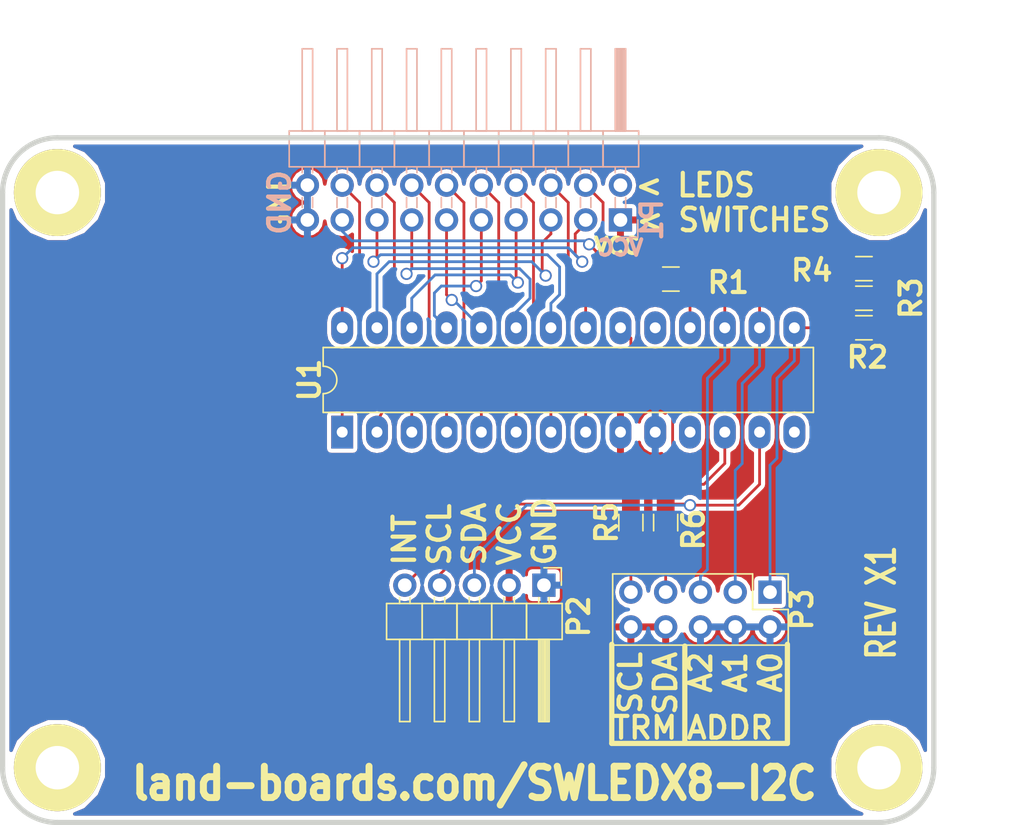
<source format=kicad_pcb>
(kicad_pcb (version 4) (host pcbnew "(after 2015-mar-04 BZR unknown)-product")

  (general
    (links 44)
    (no_connects 0)
    (area 3.796457 0.4948 89.382002 60.190501)
    (thickness 1.6002)
    (drawings 26)
    (tracks 162)
    (zones 0)
    (modules 14)
    (nets 28)
  )

  (page A)
  (title_block
    (date "28 mar 2015")
    (rev X1)
  )

  (layers
    (0 Front signal)
    (31 Back signal)
    (36 B.SilkS user)
    (37 F.SilkS user)
    (38 B.Mask user)
    (39 F.Mask user)
    (40 Dwgs.User user)
    (44 Edge.Cuts user)
  )

  (setup
    (last_trace_width 0.2032)
    (user_trace_width 0.254)
    (user_trace_width 0.635)
    (trace_clearance 0.254)
    (zone_clearance 0.3048)
    (zone_45_only no)
    (trace_min 0.2032)
    (segment_width 0.381)
    (edge_width 0.381)
    (via_size 0.889)
    (via_drill 0.635)
    (via_min_size 0.889)
    (via_min_drill 0.508)
    (uvia_size 0.508)
    (uvia_drill 0.127)
    (uvias_allowed no)
    (uvia_min_size 0.508)
    (uvia_min_drill 0.127)
    (pcb_text_width 0.3048)
    (pcb_text_size 1.524 2.032)
    (mod_edge_width 0.381)
    (mod_text_size 1.524 1.524)
    (mod_text_width 0.3048)
    (pad_size 6.35 6.35)
    (pad_drill 3.175)
    (pad_to_mask_clearance 0.1524)
    (aux_axis_origin 0 0)
    (visible_elements 7FFFFF7F)
    (pcbplotparams
      (layerselection 0x010f0_80000001)
      (usegerberextensions false)
      (excludeedgelayer true)
      (linewidth 0.150000)
      (plotframeref false)
      (viasonmask false)
      (mode 1)
      (useauxorigin false)
      (hpglpennumber 1)
      (hpglpenspeed 20)
      (hpglpendiameter 15)
      (hpglpenoverlay 0)
      (psnegative false)
      (psa4output false)
      (plotreference true)
      (plotvalue false)
      (plotinvisibletext false)
      (padsonsilk false)
      (subtractmaskfromsilk false)
      (outputformat 1)
      (mirror false)
      (drillshape 0)
      (scaleselection 1)
      (outputdirectory plots/))
  )

  (net 0 "")
  (net 1 GND)
  (net 2 VCC)
  (net 3 /L0)
  (net 4 /L1)
  (net 5 /L2)
  (net 6 /L3)
  (net 7 /L4)
  (net 8 /L5)
  (net 9 /L6)
  (net 10 /L7)
  (net 11 /S4)
  (net 12 /S5)
  (net 13 /S6)
  (net 14 /S7)
  (net 15 /SDA)
  (net 16 /SCL)
  (net 17 /INTS)
  (net 18 "Net-(P3-Pad7)")
  (net 19 "Net-(P3-Pad9)")
  (net 20 /S0)
  (net 21 /S1)
  (net 22 /S2)
  (net 23 /S3)
  (net 24 /A1)
  (net 25 /A0)
  (net 26 /RST)
  (net 27 /A2)

  (net_class Default "This is the default net class."
    (clearance 0.254)
    (trace_width 0.2032)
    (via_dia 0.889)
    (via_drill 0.635)
    (uvia_dia 0.508)
    (uvia_drill 0.127)
    (add_net /A0)
    (add_net /A1)
    (add_net /A2)
    (add_net /INTS)
    (add_net /L0)
    (add_net /L1)
    (add_net /L2)
    (add_net /L3)
    (add_net /L4)
    (add_net /L5)
    (add_net /L6)
    (add_net /L7)
    (add_net /RST)
    (add_net /S0)
    (add_net /S1)
    (add_net /S2)
    (add_net /S3)
    (add_net /S4)
    (add_net /S5)
    (add_net /S6)
    (add_net /S7)
    (add_net /SCL)
    (add_net /SDA)
    (add_net GND)
    (add_net "Net-(P3-Pad7)")
    (add_net "Net-(P3-Pad9)")
    (add_net VCC)
  )

  (net_class POWER ""
    (clearance 0.254)
    (trace_width 0.635)
    (via_dia 0.889)
    (via_drill 0.635)
    (uvia_dia 0.508)
    (uvia_drill 0.127)
  )

  (module Resistors_SMD:R_0805_HandSoldering (layer Front) (tedit 5909F5E9) (tstamp 5908D909)
    (at 58.801 20.32)
    (descr "Resistor SMD 0805, hand soldering")
    (tags "resistor 0805")
    (path /5909F633)
    (attr smd)
    (fp_text reference R1 (at 4.191 0.254) (layer F.SilkS)
      (effects (font (thickness 0.3048)))
    )
    (fp_text value 10K (at 0 1.75) (layer B.SilkS) hide
      (effects (font (size 1 1) (thickness 0.15)) (justify mirror))
    )
    (fp_text user %R (at 0 0) (layer F.Fab)
      (effects (font (size 0.5 0.5) (thickness 0.075)))
    )
    (fp_line (start -1 0.62) (end -1 -0.62) (layer F.Fab) (width 0.1))
    (fp_line (start 1 0.62) (end -1 0.62) (layer F.Fab) (width 0.1))
    (fp_line (start 1 -0.62) (end 1 0.62) (layer F.Fab) (width 0.1))
    (fp_line (start -1 -0.62) (end 1 -0.62) (layer F.Fab) (width 0.1))
    (fp_line (start 0.6 0.88) (end -0.6 0.88) (layer F.SilkS) (width 0.12))
    (fp_line (start -0.6 -0.88) (end 0.6 -0.88) (layer F.SilkS) (width 0.12))
    (fp_line (start -2.35 -0.9) (end 2.35 -0.9) (layer F.CrtYd) (width 0.05))
    (fp_line (start -2.35 -0.9) (end -2.35 0.9) (layer F.CrtYd) (width 0.05))
    (fp_line (start 2.35 0.9) (end 2.35 -0.9) (layer F.CrtYd) (width 0.05))
    (fp_line (start 2.35 0.9) (end -2.35 0.9) (layer F.CrtYd) (width 0.05))
    (pad 1 smd rect (at -1.35 0) (size 1.5 1.3) (layers Front F.Mask)
      (net 2 VCC))
    (pad 2 smd rect (at 1.35 0) (size 1.5 1.3) (layers Front F.Mask)
      (net 26 /RST))
    (model ${KISYS3DMOD}/Resistors_SMD.3dshapes/R_0805.wrl
      (at (xyz 0 0 0))
      (scale (xyz 1 1 1))
      (rotate (xyz 0 0 0))
    )
  )

  (module Resistors_SMD:R_0805_HandSoldering (layer Front) (tedit 5909F59D) (tstamp 5908D91A)
    (at 72.898 23.876 180)
    (descr "Resistor SMD 0805, hand soldering")
    (tags "resistor 0805")
    (path /5909EF32)
    (attr smd)
    (fp_text reference R2 (at -0.254 -2.159 360) (layer F.SilkS)
      (effects (font (thickness 0.3048)))
    )
    (fp_text value 10K (at 0 1.75 180) (layer B.SilkS) hide
      (effects (font (size 1 1) (thickness 0.15)) (justify mirror))
    )
    (fp_text user %R (at 0 0 180) (layer F.Fab)
      (effects (font (size 0.5 0.5) (thickness 0.075)))
    )
    (fp_line (start -1 0.62) (end -1 -0.62) (layer F.Fab) (width 0.1))
    (fp_line (start 1 0.62) (end -1 0.62) (layer F.Fab) (width 0.1))
    (fp_line (start 1 -0.62) (end 1 0.62) (layer F.Fab) (width 0.1))
    (fp_line (start -1 -0.62) (end 1 -0.62) (layer F.Fab) (width 0.1))
    (fp_line (start 0.6 0.88) (end -0.6 0.88) (layer F.SilkS) (width 0.12))
    (fp_line (start -0.6 -0.88) (end 0.6 -0.88) (layer F.SilkS) (width 0.12))
    (fp_line (start -2.35 -0.9) (end 2.35 -0.9) (layer F.CrtYd) (width 0.05))
    (fp_line (start -2.35 -0.9) (end -2.35 0.9) (layer F.CrtYd) (width 0.05))
    (fp_line (start 2.35 0.9) (end 2.35 -0.9) (layer F.CrtYd) (width 0.05))
    (fp_line (start 2.35 0.9) (end -2.35 0.9) (layer F.CrtYd) (width 0.05))
    (pad 1 smd rect (at -1.35 0 180) (size 1.5 1.3) (layers Front F.Mask)
      (net 2 VCC))
    (pad 2 smd rect (at 1.35 0 180) (size 1.5 1.3) (layers Front F.Mask)
      (net 25 /A0))
    (model ${KISYS3DMOD}/Resistors_SMD.3dshapes/R_0805.wrl
      (at (xyz 0 0 0))
      (scale (xyz 1 1 1))
      (rotate (xyz 0 0 0))
    )
  )

  (module Resistors_SMD:R_0805_HandSoldering (layer Front) (tedit 5909F593) (tstamp 5908D92B)
    (at 72.898 21.717 180)
    (descr "Resistor SMD 0805, hand soldering")
    (tags "resistor 0805")
    (path /5909EF0E)
    (attr smd)
    (fp_text reference R3 (at -3.429 0 270) (layer F.SilkS)
      (effects (font (thickness 0.3048)))
    )
    (fp_text value 10K (at 0 1.75 180) (layer B.SilkS) hide
      (effects (font (size 1 1) (thickness 0.15)) (justify mirror))
    )
    (fp_text user %R (at 0 0 180) (layer F.Fab)
      (effects (font (size 0.5 0.5) (thickness 0.075)))
    )
    (fp_line (start -1 0.62) (end -1 -0.62) (layer F.Fab) (width 0.1))
    (fp_line (start 1 0.62) (end -1 0.62) (layer F.Fab) (width 0.1))
    (fp_line (start 1 -0.62) (end 1 0.62) (layer F.Fab) (width 0.1))
    (fp_line (start -1 -0.62) (end 1 -0.62) (layer F.Fab) (width 0.1))
    (fp_line (start 0.6 0.88) (end -0.6 0.88) (layer F.SilkS) (width 0.12))
    (fp_line (start -0.6 -0.88) (end 0.6 -0.88) (layer F.SilkS) (width 0.12))
    (fp_line (start -2.35 -0.9) (end 2.35 -0.9) (layer F.CrtYd) (width 0.05))
    (fp_line (start -2.35 -0.9) (end -2.35 0.9) (layer F.CrtYd) (width 0.05))
    (fp_line (start 2.35 0.9) (end 2.35 -0.9) (layer F.CrtYd) (width 0.05))
    (fp_line (start 2.35 0.9) (end -2.35 0.9) (layer F.CrtYd) (width 0.05))
    (pad 1 smd rect (at -1.35 0 180) (size 1.5 1.3) (layers Front F.Mask)
      (net 2 VCC))
    (pad 2 smd rect (at 1.35 0 180) (size 1.5 1.3) (layers Front F.Mask)
      (net 24 /A1))
    (model ${KISYS3DMOD}/Resistors_SMD.3dshapes/R_0805.wrl
      (at (xyz 0 0 0))
      (scale (xyz 1 1 1))
      (rotate (xyz 0 0 0))
    )
  )

  (module Resistors_SMD:R_0805_HandSoldering (layer Front) (tedit 5909F599) (tstamp 5908D93C)
    (at 72.898 19.558 180)
    (descr "Resistor SMD 0805, hand soldering")
    (tags "resistor 0805")
    (path /5909EE47)
    (attr smd)
    (fp_text reference R4 (at 3.81 -0.127 180) (layer F.SilkS)
      (effects (font (thickness 0.3048)))
    )
    (fp_text value 10K (at 0 1.75 180) (layer B.SilkS) hide
      (effects (font (size 1 1) (thickness 0.15)) (justify mirror))
    )
    (fp_text user %R (at 0 0 180) (layer F.Fab)
      (effects (font (size 0.5 0.5) (thickness 0.075)))
    )
    (fp_line (start -1 0.62) (end -1 -0.62) (layer F.Fab) (width 0.1))
    (fp_line (start 1 0.62) (end -1 0.62) (layer F.Fab) (width 0.1))
    (fp_line (start 1 -0.62) (end 1 0.62) (layer F.Fab) (width 0.1))
    (fp_line (start -1 -0.62) (end 1 -0.62) (layer F.Fab) (width 0.1))
    (fp_line (start 0.6 0.88) (end -0.6 0.88) (layer F.SilkS) (width 0.12))
    (fp_line (start -0.6 -0.88) (end 0.6 -0.88) (layer F.SilkS) (width 0.12))
    (fp_line (start -2.35 -0.9) (end 2.35 -0.9) (layer F.CrtYd) (width 0.05))
    (fp_line (start -2.35 -0.9) (end -2.35 0.9) (layer F.CrtYd) (width 0.05))
    (fp_line (start 2.35 0.9) (end 2.35 -0.9) (layer F.CrtYd) (width 0.05))
    (fp_line (start 2.35 0.9) (end -2.35 0.9) (layer F.CrtYd) (width 0.05))
    (pad 1 smd rect (at -1.35 0 180) (size 1.5 1.3) (layers Front F.Mask)
      (net 2 VCC))
    (pad 2 smd rect (at 1.35 0 180) (size 1.5 1.3) (layers Front F.Mask)
      (net 27 /A2))
    (model ${KISYS3DMOD}/Resistors_SMD.3dshapes/R_0805.wrl
      (at (xyz 0 0 0))
      (scale (xyz 1 1 1))
      (rotate (xyz 0 0 0))
    )
  )

  (module Resistors_SMD:R_0805_HandSoldering (layer Front) (tedit 5909EB24) (tstamp 5908D94D)
    (at 55.88 38.1 270)
    (descr "Resistor SMD 0805, hand soldering")
    (tags "resistor 0805")
    (path /5909F89B)
    (attr smd)
    (fp_text reference R5 (at 0 1.778 270) (layer F.SilkS)
      (effects (font (thickness 0.3048)))
    )
    (fp_text value 2.2K (at 0 1.75 270) (layer B.SilkS) hide
      (effects (font (size 1 1) (thickness 0.15)) (justify mirror))
    )
    (fp_text user %R (at 0 0 270) (layer F.Fab)
      (effects (font (size 0.5 0.5) (thickness 0.075)))
    )
    (fp_line (start -1 0.62) (end -1 -0.62) (layer F.Fab) (width 0.1))
    (fp_line (start 1 0.62) (end -1 0.62) (layer F.Fab) (width 0.1))
    (fp_line (start 1 -0.62) (end 1 0.62) (layer F.Fab) (width 0.1))
    (fp_line (start -1 -0.62) (end 1 -0.62) (layer F.Fab) (width 0.1))
    (fp_line (start 0.6 0.88) (end -0.6 0.88) (layer F.SilkS) (width 0.12))
    (fp_line (start -0.6 -0.88) (end 0.6 -0.88) (layer F.SilkS) (width 0.12))
    (fp_line (start -2.35 -0.9) (end 2.35 -0.9) (layer F.CrtYd) (width 0.05))
    (fp_line (start -2.35 -0.9) (end -2.35 0.9) (layer F.CrtYd) (width 0.05))
    (fp_line (start 2.35 0.9) (end 2.35 -0.9) (layer F.CrtYd) (width 0.05))
    (fp_line (start 2.35 0.9) (end -2.35 0.9) (layer F.CrtYd) (width 0.05))
    (pad 1 smd rect (at -1.35 0 270) (size 1.5 1.3) (layers Front F.Mask)
      (net 16 /SCL))
    (pad 2 smd rect (at 1.35 0 270) (size 1.5 1.3) (layers Front F.Mask)
      (net 19 "Net-(P3-Pad9)"))
    (model ${KISYS3DMOD}/Resistors_SMD.3dshapes/R_0805.wrl
      (at (xyz 0 0 0))
      (scale (xyz 1 1 1))
      (rotate (xyz 0 0 0))
    )
  )

  (module Resistors_SMD:R_0805_HandSoldering (layer Front) (tedit 5909EB28) (tstamp 5908D95E)
    (at 58.42 38.1 270)
    (descr "Resistor SMD 0805, hand soldering")
    (tags "resistor 0805")
    (path /5909F93B)
    (attr smd)
    (fp_text reference R6 (at 0.508 -2.032 270) (layer F.SilkS)
      (effects (font (thickness 0.3048)))
    )
    (fp_text value 2.2K (at 0 1.75 270) (layer B.SilkS) hide
      (effects (font (size 1 1) (thickness 0.15)) (justify mirror))
    )
    (fp_text user %R (at 0 0 270) (layer F.Fab)
      (effects (font (size 0.5 0.5) (thickness 0.075)))
    )
    (fp_line (start -1 0.62) (end -1 -0.62) (layer F.Fab) (width 0.1))
    (fp_line (start 1 0.62) (end -1 0.62) (layer F.Fab) (width 0.1))
    (fp_line (start 1 -0.62) (end 1 0.62) (layer F.Fab) (width 0.1))
    (fp_line (start -1 -0.62) (end 1 -0.62) (layer F.Fab) (width 0.1))
    (fp_line (start 0.6 0.88) (end -0.6 0.88) (layer F.SilkS) (width 0.12))
    (fp_line (start -0.6 -0.88) (end 0.6 -0.88) (layer F.SilkS) (width 0.12))
    (fp_line (start -2.35 -0.9) (end 2.35 -0.9) (layer F.CrtYd) (width 0.05))
    (fp_line (start -2.35 -0.9) (end -2.35 0.9) (layer F.CrtYd) (width 0.05))
    (fp_line (start 2.35 0.9) (end 2.35 -0.9) (layer F.CrtYd) (width 0.05))
    (fp_line (start 2.35 0.9) (end -2.35 0.9) (layer F.CrtYd) (width 0.05))
    (pad 1 smd rect (at -1.35 0 270) (size 1.5 1.3) (layers Front F.Mask)
      (net 15 /SDA))
    (pad 2 smd rect (at 1.35 0 270) (size 1.5 1.3) (layers Front F.Mask)
      (net 18 "Net-(P3-Pad7)"))
    (model ${KISYS3DMOD}/Resistors_SMD.3dshapes/R_0805.wrl
      (at (xyz 0 0 0))
      (scale (xyz 1 1 1))
      (rotate (xyz 0 0 0))
    )
  )

  (module LandBoards_MountHoles:MTG-4-40 (layer Front) (tedit 53F3AE25) (tstamp 5909D457)
    (at 74 56)
    (path /590A3C67)
    (fp_text reference MTG?1 (at -6.858 -0.635) (layer F.SilkS) hide
      (effects (font (thickness 0.3048)))
    )
    (fp_text value MTG_HOLE (at 0 -5.08) (layer F.SilkS) hide
      (effects (font (thickness 0.3048)))
    )
    (pad 1 thru_hole circle (at 0 0) (size 6.35 6.35) (drill 3.175) (layers *.Cu *.Mask F.SilkS))
  )

  (module Pin_Headers:Pin_Header_Angled_2x10_Pitch2.54mm locked (layer Back) (tedit 5909D758) (tstamp 5909D53C)
    (at 55.118 16.002 90)
    (descr "Through hole angled pin header, 2x10, 2.54mm pitch, 6mm pin length, double rows")
    (tags "Through hole angled pin header THT 2x10 2.54mm double row")
    (path /5909495C)
    (fp_text reference P1 (at 0 2.286 90) (layer B.SilkS)
      (effects (font (thickness 0.3048)) (justify mirror))
    )
    (fp_text value CONN_02X10 (at 5.585 -25.13 90) (layer F.SilkS) hide
      (effects (font (size 1 1) (thickness 0.15)))
    )
    (fp_line (start 3.94 1.27) (end 3.94 -1.27) (layer B.Fab) (width 0.1))
    (fp_line (start 3.94 -1.27) (end 6.44 -1.27) (layer B.Fab) (width 0.1))
    (fp_line (start 6.44 -1.27) (end 6.44 1.27) (layer B.Fab) (width 0.1))
    (fp_line (start 6.44 1.27) (end 3.94 1.27) (layer B.Fab) (width 0.1))
    (fp_line (start 0 0.32) (end 0 -0.32) (layer B.Fab) (width 0.1))
    (fp_line (start 0 -0.32) (end 12.44 -0.32) (layer B.Fab) (width 0.1))
    (fp_line (start 12.44 -0.32) (end 12.44 0.32) (layer B.Fab) (width 0.1))
    (fp_line (start 12.44 0.32) (end 0 0.32) (layer B.Fab) (width 0.1))
    (fp_line (start 3.94 -1.27) (end 3.94 -3.81) (layer B.Fab) (width 0.1))
    (fp_line (start 3.94 -3.81) (end 6.44 -3.81) (layer B.Fab) (width 0.1))
    (fp_line (start 6.44 -3.81) (end 6.44 -1.27) (layer B.Fab) (width 0.1))
    (fp_line (start 6.44 -1.27) (end 3.94 -1.27) (layer B.Fab) (width 0.1))
    (fp_line (start 0 -2.22) (end 0 -2.86) (layer B.Fab) (width 0.1))
    (fp_line (start 0 -2.86) (end 12.44 -2.86) (layer B.Fab) (width 0.1))
    (fp_line (start 12.44 -2.86) (end 12.44 -2.22) (layer B.Fab) (width 0.1))
    (fp_line (start 12.44 -2.22) (end 0 -2.22) (layer B.Fab) (width 0.1))
    (fp_line (start 3.94 -3.81) (end 3.94 -6.35) (layer B.Fab) (width 0.1))
    (fp_line (start 3.94 -6.35) (end 6.44 -6.35) (layer B.Fab) (width 0.1))
    (fp_line (start 6.44 -6.35) (end 6.44 -3.81) (layer B.Fab) (width 0.1))
    (fp_line (start 6.44 -3.81) (end 3.94 -3.81) (layer B.Fab) (width 0.1))
    (fp_line (start 0 -4.76) (end 0 -5.4) (layer B.Fab) (width 0.1))
    (fp_line (start 0 -5.4) (end 12.44 -5.4) (layer B.Fab) (width 0.1))
    (fp_line (start 12.44 -5.4) (end 12.44 -4.76) (layer B.Fab) (width 0.1))
    (fp_line (start 12.44 -4.76) (end 0 -4.76) (layer B.Fab) (width 0.1))
    (fp_line (start 3.94 -6.35) (end 3.94 -8.89) (layer B.Fab) (width 0.1))
    (fp_line (start 3.94 -8.89) (end 6.44 -8.89) (layer B.Fab) (width 0.1))
    (fp_line (start 6.44 -8.89) (end 6.44 -6.35) (layer B.Fab) (width 0.1))
    (fp_line (start 6.44 -6.35) (end 3.94 -6.35) (layer B.Fab) (width 0.1))
    (fp_line (start 0 -7.3) (end 0 -7.94) (layer B.Fab) (width 0.1))
    (fp_line (start 0 -7.94) (end 12.44 -7.94) (layer B.Fab) (width 0.1))
    (fp_line (start 12.44 -7.94) (end 12.44 -7.3) (layer B.Fab) (width 0.1))
    (fp_line (start 12.44 -7.3) (end 0 -7.3) (layer B.Fab) (width 0.1))
    (fp_line (start 3.94 -8.89) (end 3.94 -11.43) (layer B.Fab) (width 0.1))
    (fp_line (start 3.94 -11.43) (end 6.44 -11.43) (layer B.Fab) (width 0.1))
    (fp_line (start 6.44 -11.43) (end 6.44 -8.89) (layer B.Fab) (width 0.1))
    (fp_line (start 6.44 -8.89) (end 3.94 -8.89) (layer B.Fab) (width 0.1))
    (fp_line (start 0 -9.84) (end 0 -10.48) (layer B.Fab) (width 0.1))
    (fp_line (start 0 -10.48) (end 12.44 -10.48) (layer B.Fab) (width 0.1))
    (fp_line (start 12.44 -10.48) (end 12.44 -9.84) (layer B.Fab) (width 0.1))
    (fp_line (start 12.44 -9.84) (end 0 -9.84) (layer B.Fab) (width 0.1))
    (fp_line (start 3.94 -11.43) (end 3.94 -13.97) (layer B.Fab) (width 0.1))
    (fp_line (start 3.94 -13.97) (end 6.44 -13.97) (layer B.Fab) (width 0.1))
    (fp_line (start 6.44 -13.97) (end 6.44 -11.43) (layer B.Fab) (width 0.1))
    (fp_line (start 6.44 -11.43) (end 3.94 -11.43) (layer B.Fab) (width 0.1))
    (fp_line (start 0 -12.38) (end 0 -13.02) (layer B.Fab) (width 0.1))
    (fp_line (start 0 -13.02) (end 12.44 -13.02) (layer B.Fab) (width 0.1))
    (fp_line (start 12.44 -13.02) (end 12.44 -12.38) (layer B.Fab) (width 0.1))
    (fp_line (start 12.44 -12.38) (end 0 -12.38) (layer B.Fab) (width 0.1))
    (fp_line (start 3.94 -13.97) (end 3.94 -16.51) (layer B.Fab) (width 0.1))
    (fp_line (start 3.94 -16.51) (end 6.44 -16.51) (layer B.Fab) (width 0.1))
    (fp_line (start 6.44 -16.51) (end 6.44 -13.97) (layer B.Fab) (width 0.1))
    (fp_line (start 6.44 -13.97) (end 3.94 -13.97) (layer B.Fab) (width 0.1))
    (fp_line (start 0 -14.92) (end 0 -15.56) (layer B.Fab) (width 0.1))
    (fp_line (start 0 -15.56) (end 12.44 -15.56) (layer B.Fab) (width 0.1))
    (fp_line (start 12.44 -15.56) (end 12.44 -14.92) (layer B.Fab) (width 0.1))
    (fp_line (start 12.44 -14.92) (end 0 -14.92) (layer B.Fab) (width 0.1))
    (fp_line (start 3.94 -16.51) (end 3.94 -19.05) (layer B.Fab) (width 0.1))
    (fp_line (start 3.94 -19.05) (end 6.44 -19.05) (layer B.Fab) (width 0.1))
    (fp_line (start 6.44 -19.05) (end 6.44 -16.51) (layer B.Fab) (width 0.1))
    (fp_line (start 6.44 -16.51) (end 3.94 -16.51) (layer B.Fab) (width 0.1))
    (fp_line (start 0 -17.46) (end 0 -18.1) (layer B.Fab) (width 0.1))
    (fp_line (start 0 -18.1) (end 12.44 -18.1) (layer B.Fab) (width 0.1))
    (fp_line (start 12.44 -18.1) (end 12.44 -17.46) (layer B.Fab) (width 0.1))
    (fp_line (start 12.44 -17.46) (end 0 -17.46) (layer B.Fab) (width 0.1))
    (fp_line (start 3.94 -19.05) (end 3.94 -21.59) (layer B.Fab) (width 0.1))
    (fp_line (start 3.94 -21.59) (end 6.44 -21.59) (layer B.Fab) (width 0.1))
    (fp_line (start 6.44 -21.59) (end 6.44 -19.05) (layer B.Fab) (width 0.1))
    (fp_line (start 6.44 -19.05) (end 3.94 -19.05) (layer B.Fab) (width 0.1))
    (fp_line (start 0 -20) (end 0 -20.64) (layer B.Fab) (width 0.1))
    (fp_line (start 0 -20.64) (end 12.44 -20.64) (layer B.Fab) (width 0.1))
    (fp_line (start 12.44 -20.64) (end 12.44 -20) (layer B.Fab) (width 0.1))
    (fp_line (start 12.44 -20) (end 0 -20) (layer B.Fab) (width 0.1))
    (fp_line (start 3.94 -21.59) (end 3.94 -24.13) (layer B.Fab) (width 0.1))
    (fp_line (start 3.94 -24.13) (end 6.44 -24.13) (layer B.Fab) (width 0.1))
    (fp_line (start 6.44 -24.13) (end 6.44 -21.59) (layer B.Fab) (width 0.1))
    (fp_line (start 6.44 -21.59) (end 3.94 -21.59) (layer B.Fab) (width 0.1))
    (fp_line (start 0 -22.54) (end 0 -23.18) (layer B.Fab) (width 0.1))
    (fp_line (start 0 -23.18) (end 12.44 -23.18) (layer B.Fab) (width 0.1))
    (fp_line (start 12.44 -23.18) (end 12.44 -22.54) (layer B.Fab) (width 0.1))
    (fp_line (start 12.44 -22.54) (end 0 -22.54) (layer B.Fab) (width 0.1))
    (fp_line (start 3.88 1.33) (end 3.88 -1.27) (layer B.SilkS) (width 0.12))
    (fp_line (start 3.88 -1.27) (end 6.5 -1.27) (layer B.SilkS) (width 0.12))
    (fp_line (start 6.5 -1.27) (end 6.5 1.33) (layer B.SilkS) (width 0.12))
    (fp_line (start 6.5 1.33) (end 3.88 1.33) (layer B.SilkS) (width 0.12))
    (fp_line (start 6.5 0.38) (end 6.5 -0.38) (layer B.SilkS) (width 0.12))
    (fp_line (start 6.5 -0.38) (end 12.5 -0.38) (layer B.SilkS) (width 0.12))
    (fp_line (start 12.5 -0.38) (end 12.5 0.38) (layer B.SilkS) (width 0.12))
    (fp_line (start 12.5 0.38) (end 6.5 0.38) (layer B.SilkS) (width 0.12))
    (fp_line (start 3.45 0.38) (end 3.88 0.38) (layer B.SilkS) (width 0.12))
    (fp_line (start 3.45 -0.38) (end 3.88 -0.38) (layer B.SilkS) (width 0.12))
    (fp_line (start 0.91 0.38) (end 1.63 0.38) (layer B.SilkS) (width 0.12))
    (fp_line (start 0.91 -0.38) (end 1.63 -0.38) (layer B.SilkS) (width 0.12))
    (fp_line (start 6.5 0.26) (end 12.5 0.26) (layer B.SilkS) (width 0.12))
    (fp_line (start 6.5 0.14) (end 12.5 0.14) (layer B.SilkS) (width 0.12))
    (fp_line (start 6.5 0.02) (end 12.5 0.02) (layer B.SilkS) (width 0.12))
    (fp_line (start 6.5 -0.1) (end 12.5 -0.1) (layer B.SilkS) (width 0.12))
    (fp_line (start 6.5 -0.22) (end 12.5 -0.22) (layer B.SilkS) (width 0.12))
    (fp_line (start 6.5 -0.34) (end 12.5 -0.34) (layer B.SilkS) (width 0.12))
    (fp_line (start 3.88 -1.27) (end 3.88 -3.81) (layer B.SilkS) (width 0.12))
    (fp_line (start 3.88 -3.81) (end 6.5 -3.81) (layer B.SilkS) (width 0.12))
    (fp_line (start 6.5 -3.81) (end 6.5 -1.27) (layer B.SilkS) (width 0.12))
    (fp_line (start 6.5 -1.27) (end 3.88 -1.27) (layer B.SilkS) (width 0.12))
    (fp_line (start 6.5 -2.16) (end 6.5 -2.92) (layer B.SilkS) (width 0.12))
    (fp_line (start 6.5 -2.92) (end 12.5 -2.92) (layer B.SilkS) (width 0.12))
    (fp_line (start 12.5 -2.92) (end 12.5 -2.16) (layer B.SilkS) (width 0.12))
    (fp_line (start 12.5 -2.16) (end 6.5 -2.16) (layer B.SilkS) (width 0.12))
    (fp_line (start 3.45 -2.16) (end 3.88 -2.16) (layer B.SilkS) (width 0.12))
    (fp_line (start 3.45 -2.92) (end 3.88 -2.92) (layer B.SilkS) (width 0.12))
    (fp_line (start 0.91 -2.16) (end 1.63 -2.16) (layer B.SilkS) (width 0.12))
    (fp_line (start 0.91 -2.92) (end 1.63 -2.92) (layer B.SilkS) (width 0.12))
    (fp_line (start 3.88 -3.81) (end 3.88 -6.35) (layer B.SilkS) (width 0.12))
    (fp_line (start 3.88 -6.35) (end 6.5 -6.35) (layer B.SilkS) (width 0.12))
    (fp_line (start 6.5 -6.35) (end 6.5 -3.81) (layer B.SilkS) (width 0.12))
    (fp_line (start 6.5 -3.81) (end 3.88 -3.81) (layer B.SilkS) (width 0.12))
    (fp_line (start 6.5 -4.7) (end 6.5 -5.46) (layer B.SilkS) (width 0.12))
    (fp_line (start 6.5 -5.46) (end 12.5 -5.46) (layer B.SilkS) (width 0.12))
    (fp_line (start 12.5 -5.46) (end 12.5 -4.7) (layer B.SilkS) (width 0.12))
    (fp_line (start 12.5 -4.7) (end 6.5 -4.7) (layer B.SilkS) (width 0.12))
    (fp_line (start 3.45 -4.7) (end 3.88 -4.7) (layer B.SilkS) (width 0.12))
    (fp_line (start 3.45 -5.46) (end 3.88 -5.46) (layer B.SilkS) (width 0.12))
    (fp_line (start 0.91 -4.7) (end 1.63 -4.7) (layer B.SilkS) (width 0.12))
    (fp_line (start 0.91 -5.46) (end 1.63 -5.46) (layer B.SilkS) (width 0.12))
    (fp_line (start 3.88 -6.35) (end 3.88 -8.89) (layer B.SilkS) (width 0.12))
    (fp_line (start 3.88 -8.89) (end 6.5 -8.89) (layer B.SilkS) (width 0.12))
    (fp_line (start 6.5 -8.89) (end 6.5 -6.35) (layer B.SilkS) (width 0.12))
    (fp_line (start 6.5 -6.35) (end 3.88 -6.35) (layer B.SilkS) (width 0.12))
    (fp_line (start 6.5 -7.24) (end 6.5 -8) (layer B.SilkS) (width 0.12))
    (fp_line (start 6.5 -8) (end 12.5 -8) (layer B.SilkS) (width 0.12))
    (fp_line (start 12.5 -8) (end 12.5 -7.24) (layer B.SilkS) (width 0.12))
    (fp_line (start 12.5 -7.24) (end 6.5 -7.24) (layer B.SilkS) (width 0.12))
    (fp_line (start 3.45 -7.24) (end 3.88 -7.24) (layer B.SilkS) (width 0.12))
    (fp_line (start 3.45 -8) (end 3.88 -8) (layer B.SilkS) (width 0.12))
    (fp_line (start 0.91 -7.24) (end 1.63 -7.24) (layer B.SilkS) (width 0.12))
    (fp_line (start 0.91 -8) (end 1.63 -8) (layer B.SilkS) (width 0.12))
    (fp_line (start 3.88 -8.89) (end 3.88 -11.43) (layer B.SilkS) (width 0.12))
    (fp_line (start 3.88 -11.43) (end 6.5 -11.43) (layer B.SilkS) (width 0.12))
    (fp_line (start 6.5 -11.43) (end 6.5 -8.89) (layer B.SilkS) (width 0.12))
    (fp_line (start 6.5 -8.89) (end 3.88 -8.89) (layer B.SilkS) (width 0.12))
    (fp_line (start 6.5 -9.78) (end 6.5 -10.54) (layer B.SilkS) (width 0.12))
    (fp_line (start 6.5 -10.54) (end 12.5 -10.54) (layer B.SilkS) (width 0.12))
    (fp_line (start 12.5 -10.54) (end 12.5 -9.78) (layer B.SilkS) (width 0.12))
    (fp_line (start 12.5 -9.78) (end 6.5 -9.78) (layer B.SilkS) (width 0.12))
    (fp_line (start 3.45 -9.78) (end 3.88 -9.78) (layer B.SilkS) (width 0.12))
    (fp_line (start 3.45 -10.54) (end 3.88 -10.54) (layer B.SilkS) (width 0.12))
    (fp_line (start 0.91 -9.78) (end 1.63 -9.78) (layer B.SilkS) (width 0.12))
    (fp_line (start 0.91 -10.54) (end 1.63 -10.54) (layer B.SilkS) (width 0.12))
    (fp_line (start 3.88 -11.43) (end 3.88 -13.97) (layer B.SilkS) (width 0.12))
    (fp_line (start 3.88 -13.97) (end 6.5 -13.97) (layer B.SilkS) (width 0.12))
    (fp_line (start 6.5 -13.97) (end 6.5 -11.43) (layer B.SilkS) (width 0.12))
    (fp_line (start 6.5 -11.43) (end 3.88 -11.43) (layer B.SilkS) (width 0.12))
    (fp_line (start 6.5 -12.32) (end 6.5 -13.08) (layer B.SilkS) (width 0.12))
    (fp_line (start 6.5 -13.08) (end 12.5 -13.08) (layer B.SilkS) (width 0.12))
    (fp_line (start 12.5 -13.08) (end 12.5 -12.32) (layer B.SilkS) (width 0.12))
    (fp_line (start 12.5 -12.32) (end 6.5 -12.32) (layer B.SilkS) (width 0.12))
    (fp_line (start 3.45 -12.32) (end 3.88 -12.32) (layer B.SilkS) (width 0.12))
    (fp_line (start 3.45 -13.08) (end 3.88 -13.08) (layer B.SilkS) (width 0.12))
    (fp_line (start 0.91 -12.32) (end 1.63 -12.32) (layer B.SilkS) (width 0.12))
    (fp_line (start 0.91 -13.08) (end 1.63 -13.08) (layer B.SilkS) (width 0.12))
    (fp_line (start 3.88 -13.97) (end 3.88 -16.51) (layer B.SilkS) (width 0.12))
    (fp_line (start 3.88 -16.51) (end 6.5 -16.51) (layer B.SilkS) (width 0.12))
    (fp_line (start 6.5 -16.51) (end 6.5 -13.97) (layer B.SilkS) (width 0.12))
    (fp_line (start 6.5 -13.97) (end 3.88 -13.97) (layer B.SilkS) (width 0.12))
    (fp_line (start 6.5 -14.86) (end 6.5 -15.62) (layer B.SilkS) (width 0.12))
    (fp_line (start 6.5 -15.62) (end 12.5 -15.62) (layer B.SilkS) (width 0.12))
    (fp_line (start 12.5 -15.62) (end 12.5 -14.86) (layer B.SilkS) (width 0.12))
    (fp_line (start 12.5 -14.86) (end 6.5 -14.86) (layer B.SilkS) (width 0.12))
    (fp_line (start 3.45 -14.86) (end 3.88 -14.86) (layer B.SilkS) (width 0.12))
    (fp_line (start 3.45 -15.62) (end 3.88 -15.62) (layer B.SilkS) (width 0.12))
    (fp_line (start 0.91 -14.86) (end 1.63 -14.86) (layer B.SilkS) (width 0.12))
    (fp_line (start 0.91 -15.62) (end 1.63 -15.62) (layer B.SilkS) (width 0.12))
    (fp_line (start 3.88 -16.51) (end 3.88 -19.05) (layer B.SilkS) (width 0.12))
    (fp_line (start 3.88 -19.05) (end 6.5 -19.05) (layer B.SilkS) (width 0.12))
    (fp_line (start 6.5 -19.05) (end 6.5 -16.51) (layer B.SilkS) (width 0.12))
    (fp_line (start 6.5 -16.51) (end 3.88 -16.51) (layer B.SilkS) (width 0.12))
    (fp_line (start 6.5 -17.4) (end 6.5 -18.16) (layer B.SilkS) (width 0.12))
    (fp_line (start 6.5 -18.16) (end 12.5 -18.16) (layer B.SilkS) (width 0.12))
    (fp_line (start 12.5 -18.16) (end 12.5 -17.4) (layer B.SilkS) (width 0.12))
    (fp_line (start 12.5 -17.4) (end 6.5 -17.4) (layer B.SilkS) (width 0.12))
    (fp_line (start 3.45 -17.4) (end 3.88 -17.4) (layer B.SilkS) (width 0.12))
    (fp_line (start 3.45 -18.16) (end 3.88 -18.16) (layer B.SilkS) (width 0.12))
    (fp_line (start 0.91 -17.4) (end 1.63 -17.4) (layer B.SilkS) (width 0.12))
    (fp_line (start 0.91 -18.16) (end 1.63 -18.16) (layer B.SilkS) (width 0.12))
    (fp_line (start 3.88 -19.05) (end 3.88 -21.59) (layer B.SilkS) (width 0.12))
    (fp_line (start 3.88 -21.59) (end 6.5 -21.59) (layer B.SilkS) (width 0.12))
    (fp_line (start 6.5 -21.59) (end 6.5 -19.05) (layer B.SilkS) (width 0.12))
    (fp_line (start 6.5 -19.05) (end 3.88 -19.05) (layer B.SilkS) (width 0.12))
    (fp_line (start 6.5 -19.94) (end 6.5 -20.7) (layer B.SilkS) (width 0.12))
    (fp_line (start 6.5 -20.7) (end 12.5 -20.7) (layer B.SilkS) (width 0.12))
    (fp_line (start 12.5 -20.7) (end 12.5 -19.94) (layer B.SilkS) (width 0.12))
    (fp_line (start 12.5 -19.94) (end 6.5 -19.94) (layer B.SilkS) (width 0.12))
    (fp_line (start 3.45 -19.94) (end 3.88 -19.94) (layer B.SilkS) (width 0.12))
    (fp_line (start 3.45 -20.7) (end 3.88 -20.7) (layer B.SilkS) (width 0.12))
    (fp_line (start 0.91 -19.94) (end 1.63 -19.94) (layer B.SilkS) (width 0.12))
    (fp_line (start 0.91 -20.7) (end 1.63 -20.7) (layer B.SilkS) (width 0.12))
    (fp_line (start 3.88 -21.59) (end 3.88 -24.19) (layer B.SilkS) (width 0.12))
    (fp_line (start 3.88 -24.19) (end 6.5 -24.19) (layer B.SilkS) (width 0.12))
    (fp_line (start 6.5 -24.19) (end 6.5 -21.59) (layer B.SilkS) (width 0.12))
    (fp_line (start 6.5 -21.59) (end 3.88 -21.59) (layer B.SilkS) (width 0.12))
    (fp_line (start 6.5 -22.48) (end 6.5 -23.24) (layer B.SilkS) (width 0.12))
    (fp_line (start 6.5 -23.24) (end 12.5 -23.24) (layer B.SilkS) (width 0.12))
    (fp_line (start 12.5 -23.24) (end 12.5 -22.48) (layer B.SilkS) (width 0.12))
    (fp_line (start 12.5 -22.48) (end 6.5 -22.48) (layer B.SilkS) (width 0.12))
    (fp_line (start 3.45 -22.48) (end 3.88 -22.48) (layer B.SilkS) (width 0.12))
    (fp_line (start 3.45 -23.24) (end 3.88 -23.24) (layer B.SilkS) (width 0.12))
    (fp_line (start 0.91 -22.48) (end 1.63 -22.48) (layer B.SilkS) (width 0.12))
    (fp_line (start 0.91 -23.24) (end 1.63 -23.24) (layer B.SilkS) (width 0.12))
    (fp_line (start -1.27 0) (end -1.27 1.27) (layer B.SilkS) (width 0.12))
    (fp_line (start -1.27 1.27) (end 0 1.27) (layer B.SilkS) (width 0.12))
    (fp_line (start -1.8 1.8) (end -1.8 -24.65) (layer B.CrtYd) (width 0.05))
    (fp_line (start -1.8 -24.65) (end 12.95 -24.65) (layer B.CrtYd) (width 0.05))
    (fp_line (start 12.95 -24.65) (end 12.95 1.8) (layer B.CrtYd) (width 0.05))
    (fp_line (start 12.95 1.8) (end -1.8 1.8) (layer B.CrtYd) (width 0.05))
    (fp_text user %R (at 5.585 2.27 90) (layer B.Fab)
      (effects (font (size 1 1) (thickness 0.15)) (justify mirror))
    )
    (pad 1 thru_hole rect (at 0 0 90) (size 1.7 1.7) (drill 1) (layers *.Cu *.Mask)
      (net 2 VCC))
    (pad 2 thru_hole oval (at 2.54 0 90) (size 1.7 1.7) (drill 1) (layers *.Cu *.Mask))
    (pad 3 thru_hole oval (at 0 -2.54 90) (size 1.7 1.7) (drill 1) (layers *.Cu *.Mask)
      (net 20 /S0))
    (pad 4 thru_hole oval (at 2.54 -2.54 90) (size 1.7 1.7) (drill 1) (layers *.Cu *.Mask)
      (net 3 /L0))
    (pad 5 thru_hole oval (at 0 -5.08 90) (size 1.7 1.7) (drill 1) (layers *.Cu *.Mask)
      (net 21 /S1))
    (pad 6 thru_hole oval (at 2.54 -5.08 90) (size 1.7 1.7) (drill 1) (layers *.Cu *.Mask)
      (net 4 /L1))
    (pad 7 thru_hole oval (at 0 -7.62 90) (size 1.7 1.7) (drill 1) (layers *.Cu *.Mask)
      (net 22 /S2))
    (pad 8 thru_hole oval (at 2.54 -7.62 90) (size 1.7 1.7) (drill 1) (layers *.Cu *.Mask)
      (net 5 /L2))
    (pad 9 thru_hole oval (at 0 -10.16 90) (size 1.7 1.7) (drill 1) (layers *.Cu *.Mask)
      (net 23 /S3))
    (pad 10 thru_hole oval (at 2.54 -10.16 90) (size 1.7 1.7) (drill 1) (layers *.Cu *.Mask)
      (net 6 /L3))
    (pad 11 thru_hole oval (at 0 -12.7 90) (size 1.7 1.7) (drill 1) (layers *.Cu *.Mask)
      (net 11 /S4))
    (pad 12 thru_hole oval (at 2.54 -12.7 90) (size 1.7 1.7) (drill 1) (layers *.Cu *.Mask)
      (net 7 /L4))
    (pad 13 thru_hole oval (at 0 -15.24 90) (size 1.7 1.7) (drill 1) (layers *.Cu *.Mask)
      (net 12 /S5))
    (pad 14 thru_hole oval (at 2.54 -15.24 90) (size 1.7 1.7) (drill 1) (layers *.Cu *.Mask)
      (net 8 /L5))
    (pad 15 thru_hole oval (at 0 -17.78 90) (size 1.7 1.7) (drill 1) (layers *.Cu *.Mask)
      (net 13 /S6))
    (pad 16 thru_hole oval (at 2.54 -17.78 90) (size 1.7 1.7) (drill 1) (layers *.Cu *.Mask)
      (net 9 /L6))
    (pad 17 thru_hole oval (at 0 -20.32 90) (size 1.7 1.7) (drill 1) (layers *.Cu *.Mask)
      (net 14 /S7))
    (pad 18 thru_hole oval (at 2.54 -20.32 90) (size 1.7 1.7) (drill 1) (layers *.Cu *.Mask)
      (net 10 /L7))
    (pad 19 thru_hole oval (at 0 -22.86 90) (size 1.7 1.7) (drill 1) (layers *.Cu *.Mask)
      (net 1 GND))
    (pad 20 thru_hole oval (at 2.54 -22.86 90) (size 1.7 1.7) (drill 1) (layers *.Cu *.Mask)
      (net 1 GND))
    (model ${KISYS3DMOD}/Pin_Headers.3dshapes/Pin_Header_Angled_2x10_Pitch2.54mm.wrl
      (at (xyz 0.05 -0.45 0))
      (scale (xyz 1 1 1))
      (rotate (xyz 0 0 90))
    )
  )

  (module LandBoards_MountHoles:MTG-4-40 (layer Front) (tedit 53F3AE25) (tstamp 5909D68D)
    (at 74 14)
    (path /590A3FE0)
    (fp_text reference MTG1 (at -6.858 -0.635) (layer F.SilkS) hide
      (effects (font (thickness 0.3048)))
    )
    (fp_text value MTG_HOLE (at 0 -5.08) (layer F.SilkS) hide
      (effects (font (thickness 0.3048)))
    )
    (pad 1 thru_hole circle (at 0 0) (size 6.35 6.35) (drill 3.175) (layers *.Cu *.Mask F.SilkS))
  )

  (module LandBoards_MountHoles:MTG-4-40 (layer Front) (tedit 53F3AE25) (tstamp 5909D692)
    (at 14 14)
    (path /590A3F10)
    (fp_text reference MTG2 (at -6.858 -0.635) (layer F.SilkS) hide
      (effects (font (thickness 0.3048)))
    )
    (fp_text value MTG_HOLE (at 0 -5.08) (layer F.SilkS) hide
      (effects (font (thickness 0.3048)))
    )
    (pad 1 thru_hole circle (at 0 0) (size 6.35 6.35) (drill 3.175) (layers *.Cu *.Mask F.SilkS))
  )

  (module LandBoards_MountHoles:MTG-4-40 (layer Front) (tedit 53F3AE25) (tstamp 5909D697)
    (at 14 56)
    (path /590A3EAE)
    (fp_text reference MTG3 (at -6.858 -0.635) (layer F.SilkS) hide
      (effects (font (thickness 0.3048)))
    )
    (fp_text value MTG_HOLE (at 0 -5.08) (layer F.SilkS) hide
      (effects (font (thickness 0.3048)))
    )
    (pad 1 thru_hole circle (at 0 0) (size 6.35 6.35) (drill 3.175) (layers *.Cu *.Mask F.SilkS))
  )

  (module Pin_Headers:Pin_Header_Angled_1x05_Pitch2.54mm (layer Front) (tedit 5909F3E2) (tstamp 5909E904)
    (at 49.53 42.672 270)
    (descr "Through hole angled pin header, 1x05, 2.54mm pitch, 6mm pin length, single row")
    (tags "Through hole angled pin header THT 1x05 2.54mm single row")
    (path /5909F095)
    (fp_text reference P2 (at 2.286 -2.54 270) (layer F.SilkS)
      (effects (font (thickness 0.3048)))
    )
    (fp_text value CONN_01X05 (at 4.315 12.43 270) (layer F.SilkS) hide
      (effects (font (size 1 1) (thickness 0.15)))
    )
    (fp_line (start 1.4 -1.27) (end 1.4 1.27) (layer F.Fab) (width 0.1))
    (fp_line (start 1.4 1.27) (end 3.9 1.27) (layer F.Fab) (width 0.1))
    (fp_line (start 3.9 1.27) (end 3.9 -1.27) (layer F.Fab) (width 0.1))
    (fp_line (start 3.9 -1.27) (end 1.4 -1.27) (layer F.Fab) (width 0.1))
    (fp_line (start 0 -0.32) (end 0 0.32) (layer F.Fab) (width 0.1))
    (fp_line (start 0 0.32) (end 9.9 0.32) (layer F.Fab) (width 0.1))
    (fp_line (start 9.9 0.32) (end 9.9 -0.32) (layer F.Fab) (width 0.1))
    (fp_line (start 9.9 -0.32) (end 0 -0.32) (layer F.Fab) (width 0.1))
    (fp_line (start 1.4 1.27) (end 1.4 3.81) (layer F.Fab) (width 0.1))
    (fp_line (start 1.4 3.81) (end 3.9 3.81) (layer F.Fab) (width 0.1))
    (fp_line (start 3.9 3.81) (end 3.9 1.27) (layer F.Fab) (width 0.1))
    (fp_line (start 3.9 1.27) (end 1.4 1.27) (layer F.Fab) (width 0.1))
    (fp_line (start 0 2.22) (end 0 2.86) (layer F.Fab) (width 0.1))
    (fp_line (start 0 2.86) (end 9.9 2.86) (layer F.Fab) (width 0.1))
    (fp_line (start 9.9 2.86) (end 9.9 2.22) (layer F.Fab) (width 0.1))
    (fp_line (start 9.9 2.22) (end 0 2.22) (layer F.Fab) (width 0.1))
    (fp_line (start 1.4 3.81) (end 1.4 6.35) (layer F.Fab) (width 0.1))
    (fp_line (start 1.4 6.35) (end 3.9 6.35) (layer F.Fab) (width 0.1))
    (fp_line (start 3.9 6.35) (end 3.9 3.81) (layer F.Fab) (width 0.1))
    (fp_line (start 3.9 3.81) (end 1.4 3.81) (layer F.Fab) (width 0.1))
    (fp_line (start 0 4.76) (end 0 5.4) (layer F.Fab) (width 0.1))
    (fp_line (start 0 5.4) (end 9.9 5.4) (layer F.Fab) (width 0.1))
    (fp_line (start 9.9 5.4) (end 9.9 4.76) (layer F.Fab) (width 0.1))
    (fp_line (start 9.9 4.76) (end 0 4.76) (layer F.Fab) (width 0.1))
    (fp_line (start 1.4 6.35) (end 1.4 8.89) (layer F.Fab) (width 0.1))
    (fp_line (start 1.4 8.89) (end 3.9 8.89) (layer F.Fab) (width 0.1))
    (fp_line (start 3.9 8.89) (end 3.9 6.35) (layer F.Fab) (width 0.1))
    (fp_line (start 3.9 6.35) (end 1.4 6.35) (layer F.Fab) (width 0.1))
    (fp_line (start 0 7.3) (end 0 7.94) (layer F.Fab) (width 0.1))
    (fp_line (start 0 7.94) (end 9.9 7.94) (layer F.Fab) (width 0.1))
    (fp_line (start 9.9 7.94) (end 9.9 7.3) (layer F.Fab) (width 0.1))
    (fp_line (start 9.9 7.3) (end 0 7.3) (layer F.Fab) (width 0.1))
    (fp_line (start 1.4 8.89) (end 1.4 11.43) (layer F.Fab) (width 0.1))
    (fp_line (start 1.4 11.43) (end 3.9 11.43) (layer F.Fab) (width 0.1))
    (fp_line (start 3.9 11.43) (end 3.9 8.89) (layer F.Fab) (width 0.1))
    (fp_line (start 3.9 8.89) (end 1.4 8.89) (layer F.Fab) (width 0.1))
    (fp_line (start 0 9.84) (end 0 10.48) (layer F.Fab) (width 0.1))
    (fp_line (start 0 10.48) (end 9.9 10.48) (layer F.Fab) (width 0.1))
    (fp_line (start 9.9 10.48) (end 9.9 9.84) (layer F.Fab) (width 0.1))
    (fp_line (start 9.9 9.84) (end 0 9.84) (layer F.Fab) (width 0.1))
    (fp_line (start 1.34 -1.33) (end 1.34 1.27) (layer F.SilkS) (width 0.12))
    (fp_line (start 1.34 1.27) (end 3.96 1.27) (layer F.SilkS) (width 0.12))
    (fp_line (start 3.96 1.27) (end 3.96 -1.33) (layer F.SilkS) (width 0.12))
    (fp_line (start 3.96 -1.33) (end 1.34 -1.33) (layer F.SilkS) (width 0.12))
    (fp_line (start 3.96 -0.38) (end 3.96 0.38) (layer F.SilkS) (width 0.12))
    (fp_line (start 3.96 0.38) (end 9.96 0.38) (layer F.SilkS) (width 0.12))
    (fp_line (start 9.96 0.38) (end 9.96 -0.38) (layer F.SilkS) (width 0.12))
    (fp_line (start 9.96 -0.38) (end 3.96 -0.38) (layer F.SilkS) (width 0.12))
    (fp_line (start 0.91 -0.38) (end 1.34 -0.38) (layer F.SilkS) (width 0.12))
    (fp_line (start 0.91 0.38) (end 1.34 0.38) (layer F.SilkS) (width 0.12))
    (fp_line (start 3.96 -0.26) (end 9.96 -0.26) (layer F.SilkS) (width 0.12))
    (fp_line (start 3.96 -0.14) (end 9.96 -0.14) (layer F.SilkS) (width 0.12))
    (fp_line (start 3.96 -0.02) (end 9.96 -0.02) (layer F.SilkS) (width 0.12))
    (fp_line (start 3.96 0.1) (end 9.96 0.1) (layer F.SilkS) (width 0.12))
    (fp_line (start 3.96 0.22) (end 9.96 0.22) (layer F.SilkS) (width 0.12))
    (fp_line (start 3.96 0.34) (end 9.96 0.34) (layer F.SilkS) (width 0.12))
    (fp_line (start 1.34 1.27) (end 1.34 3.81) (layer F.SilkS) (width 0.12))
    (fp_line (start 1.34 3.81) (end 3.96 3.81) (layer F.SilkS) (width 0.12))
    (fp_line (start 3.96 3.81) (end 3.96 1.27) (layer F.SilkS) (width 0.12))
    (fp_line (start 3.96 1.27) (end 1.34 1.27) (layer F.SilkS) (width 0.12))
    (fp_line (start 3.96 2.16) (end 3.96 2.92) (layer F.SilkS) (width 0.12))
    (fp_line (start 3.96 2.92) (end 9.96 2.92) (layer F.SilkS) (width 0.12))
    (fp_line (start 9.96 2.92) (end 9.96 2.16) (layer F.SilkS) (width 0.12))
    (fp_line (start 9.96 2.16) (end 3.96 2.16) (layer F.SilkS) (width 0.12))
    (fp_line (start 0.91 2.16) (end 1.34 2.16) (layer F.SilkS) (width 0.12))
    (fp_line (start 0.91 2.92) (end 1.34 2.92) (layer F.SilkS) (width 0.12))
    (fp_line (start 1.34 3.81) (end 1.34 6.35) (layer F.SilkS) (width 0.12))
    (fp_line (start 1.34 6.35) (end 3.96 6.35) (layer F.SilkS) (width 0.12))
    (fp_line (start 3.96 6.35) (end 3.96 3.81) (layer F.SilkS) (width 0.12))
    (fp_line (start 3.96 3.81) (end 1.34 3.81) (layer F.SilkS) (width 0.12))
    (fp_line (start 3.96 4.7) (end 3.96 5.46) (layer F.SilkS) (width 0.12))
    (fp_line (start 3.96 5.46) (end 9.96 5.46) (layer F.SilkS) (width 0.12))
    (fp_line (start 9.96 5.46) (end 9.96 4.7) (layer F.SilkS) (width 0.12))
    (fp_line (start 9.96 4.7) (end 3.96 4.7) (layer F.SilkS) (width 0.12))
    (fp_line (start 0.91 4.7) (end 1.34 4.7) (layer F.SilkS) (width 0.12))
    (fp_line (start 0.91 5.46) (end 1.34 5.46) (layer F.SilkS) (width 0.12))
    (fp_line (start 1.34 6.35) (end 1.34 8.89) (layer F.SilkS) (width 0.12))
    (fp_line (start 1.34 8.89) (end 3.96 8.89) (layer F.SilkS) (width 0.12))
    (fp_line (start 3.96 8.89) (end 3.96 6.35) (layer F.SilkS) (width 0.12))
    (fp_line (start 3.96 6.35) (end 1.34 6.35) (layer F.SilkS) (width 0.12))
    (fp_line (start 3.96 7.24) (end 3.96 8) (layer F.SilkS) (width 0.12))
    (fp_line (start 3.96 8) (end 9.96 8) (layer F.SilkS) (width 0.12))
    (fp_line (start 9.96 8) (end 9.96 7.24) (layer F.SilkS) (width 0.12))
    (fp_line (start 9.96 7.24) (end 3.96 7.24) (layer F.SilkS) (width 0.12))
    (fp_line (start 0.91 7.24) (end 1.34 7.24) (layer F.SilkS) (width 0.12))
    (fp_line (start 0.91 8) (end 1.34 8) (layer F.SilkS) (width 0.12))
    (fp_line (start 1.34 8.89) (end 1.34 11.49) (layer F.SilkS) (width 0.12))
    (fp_line (start 1.34 11.49) (end 3.96 11.49) (layer F.SilkS) (width 0.12))
    (fp_line (start 3.96 11.49) (end 3.96 8.89) (layer F.SilkS) (width 0.12))
    (fp_line (start 3.96 8.89) (end 1.34 8.89) (layer F.SilkS) (width 0.12))
    (fp_line (start 3.96 9.78) (end 3.96 10.54) (layer F.SilkS) (width 0.12))
    (fp_line (start 3.96 10.54) (end 9.96 10.54) (layer F.SilkS) (width 0.12))
    (fp_line (start 9.96 10.54) (end 9.96 9.78) (layer F.SilkS) (width 0.12))
    (fp_line (start 9.96 9.78) (end 3.96 9.78) (layer F.SilkS) (width 0.12))
    (fp_line (start 0.91 9.78) (end 1.34 9.78) (layer F.SilkS) (width 0.12))
    (fp_line (start 0.91 10.54) (end 1.34 10.54) (layer F.SilkS) (width 0.12))
    (fp_line (start -1.27 0) (end -1.27 -1.27) (layer F.SilkS) (width 0.12))
    (fp_line (start -1.27 -1.27) (end 0 -1.27) (layer F.SilkS) (width 0.12))
    (fp_line (start -1.8 -1.8) (end -1.8 11.95) (layer F.CrtYd) (width 0.05))
    (fp_line (start -1.8 11.95) (end 10.4 11.95) (layer F.CrtYd) (width 0.05))
    (fp_line (start 10.4 11.95) (end 10.4 -1.8) (layer F.CrtYd) (width 0.05))
    (fp_line (start 10.4 -1.8) (end -1.8 -1.8) (layer F.CrtYd) (width 0.05))
    (fp_text user %R (at 4.315 -2.27 270) (layer F.Fab)
      (effects (font (size 1 1) (thickness 0.15)))
    )
    (pad 1 thru_hole rect (at 0 0 270) (size 1.7 1.7) (drill 1) (layers *.Cu *.Mask)
      (net 1 GND))
    (pad 2 thru_hole oval (at 0 2.54 270) (size 1.7 1.7) (drill 1) (layers *.Cu *.Mask)
      (net 2 VCC))
    (pad 3 thru_hole oval (at 0 5.08 270) (size 1.7 1.7) (drill 1) (layers *.Cu *.Mask)
      (net 15 /SDA))
    (pad 4 thru_hole oval (at 0 7.62 270) (size 1.7 1.7) (drill 1) (layers *.Cu *.Mask)
      (net 16 /SCL))
    (pad 5 thru_hole oval (at 0 10.16 270) (size 1.7 1.7) (drill 1) (layers *.Cu *.Mask)
      (net 17 /INTS))
    (model ${KISYS3DMOD}/Pin_Headers.3dshapes/Pin_Header_Angled_1x05_Pitch2.54mm.wrl
      (at (xyz 0 -0.2 0))
      (scale (xyz 1 1 1))
      (rotate (xyz 0 0 90))
    )
  )

  (module Pin_Headers:Pin_Header_Straight_2x05_Pitch2.54mm (layer Front) (tedit 5909E88F) (tstamp 5909E923)
    (at 66.04 43.18 270)
    (descr "Through hole straight pin header, 2x05, 2.54mm pitch, double rows")
    (tags "Through hole pin header THT 2x05 2.54mm double row")
    (path /5909F7B0)
    (fp_text reference P3 (at 1.27 -2.33 270) (layer F.SilkS)
      (effects (font (thickness 0.3048)))
    )
    (fp_text value CONN_02X05 (at 1.27 12.49 270) (layer F.SilkS) hide
      (effects (font (size 1 1) (thickness 0.15)))
    )
    (fp_line (start -1.27 -1.27) (end -1.27 11.43) (layer F.Fab) (width 0.1))
    (fp_line (start -1.27 11.43) (end 3.81 11.43) (layer F.Fab) (width 0.1))
    (fp_line (start 3.81 11.43) (end 3.81 -1.27) (layer F.Fab) (width 0.1))
    (fp_line (start 3.81 -1.27) (end -1.27 -1.27) (layer F.Fab) (width 0.1))
    (fp_line (start -1.33 1.27) (end -1.33 11.49) (layer F.SilkS) (width 0.12))
    (fp_line (start -1.33 11.49) (end 3.87 11.49) (layer F.SilkS) (width 0.12))
    (fp_line (start 3.87 11.49) (end 3.87 -1.33) (layer F.SilkS) (width 0.12))
    (fp_line (start 3.87 -1.33) (end 1.27 -1.33) (layer F.SilkS) (width 0.12))
    (fp_line (start 1.27 -1.33) (end 1.27 1.27) (layer F.SilkS) (width 0.12))
    (fp_line (start 1.27 1.27) (end -1.33 1.27) (layer F.SilkS) (width 0.12))
    (fp_line (start -1.33 0) (end -1.33 -1.33) (layer F.SilkS) (width 0.12))
    (fp_line (start -1.33 -1.33) (end 0 -1.33) (layer F.SilkS) (width 0.12))
    (fp_line (start -1.8 -1.8) (end -1.8 11.95) (layer F.CrtYd) (width 0.05))
    (fp_line (start -1.8 11.95) (end 4.35 11.95) (layer F.CrtYd) (width 0.05))
    (fp_line (start 4.35 11.95) (end 4.35 -1.8) (layer F.CrtYd) (width 0.05))
    (fp_line (start 4.35 -1.8) (end -1.8 -1.8) (layer F.CrtYd) (width 0.05))
    (fp_text user %R (at 1.27 -2.33 270) (layer F.Fab)
      (effects (font (size 1 1) (thickness 0.15)))
    )
    (pad 1 thru_hole rect (at 0 0 270) (size 1.7 1.7) (drill 1) (layers *.Cu *.Mask)
      (net 25 /A0))
    (pad 2 thru_hole oval (at 2.54 0 270) (size 1.7 1.7) (drill 1) (layers *.Cu *.Mask)
      (net 1 GND))
    (pad 3 thru_hole oval (at 0 2.54 270) (size 1.7 1.7) (drill 1) (layers *.Cu *.Mask)
      (net 24 /A1))
    (pad 4 thru_hole oval (at 2.54 2.54 270) (size 1.7 1.7) (drill 1) (layers *.Cu *.Mask)
      (net 1 GND))
    (pad 5 thru_hole oval (at 0 5.08 270) (size 1.7 1.7) (drill 1) (layers *.Cu *.Mask)
      (net 27 /A2))
    (pad 6 thru_hole oval (at 2.54 5.08 270) (size 1.7 1.7) (drill 1) (layers *.Cu *.Mask)
      (net 1 GND))
    (pad 7 thru_hole oval (at 0 7.62 270) (size 1.7 1.7) (drill 1) (layers *.Cu *.Mask)
      (net 18 "Net-(P3-Pad7)"))
    (pad 8 thru_hole oval (at 2.54 7.62 270) (size 1.7 1.7) (drill 1) (layers *.Cu *.Mask)
      (net 2 VCC))
    (pad 9 thru_hole oval (at 0 10.16 270) (size 1.7 1.7) (drill 1) (layers *.Cu *.Mask)
      (net 19 "Net-(P3-Pad9)"))
    (pad 10 thru_hole oval (at 2.54 10.16 270) (size 1.7 1.7) (drill 1) (layers *.Cu *.Mask)
      (net 2 VCC))
    (model ${KISYS3DMOD}/Pin_Headers.3dshapes/Pin_Header_Straight_2x05_Pitch2.54mm.wrl
      (at (xyz 0.05 -0.2 0))
      (scale (xyz 1 1 1))
      (rotate (xyz 0 0 90))
    )
  )

  (module Housings_DIP:DIP-28_W7.62mm_LongPads (layer Front) (tedit 5909E893) (tstamp 5909EC95)
    (at 34.798 31.496 90)
    (descr "28-lead dip package, row spacing 7.62 mm (300 mils), LongPads")
    (tags "DIL DIP PDIP 2.54mm 7.62mm 300mil LongPads")
    (path /5909E739)
    (fp_text reference U1 (at 3.81 -2.39 90) (layer F.SilkS)
      (effects (font (thickness 0.3048)))
    )
    (fp_text value MCP23017P (at 3.81 35.41 90) (layer F.SilkS) hide
      (effects (font (size 1 1) (thickness 0.15)))
    )
    (fp_text user %R (at 3.81 16.51 90) (layer F.Fab)
      (effects (font (size 1 1) (thickness 0.15)))
    )
    (fp_line (start 1.635 -1.27) (end 6.985 -1.27) (layer F.Fab) (width 0.1))
    (fp_line (start 6.985 -1.27) (end 6.985 34.29) (layer F.Fab) (width 0.1))
    (fp_line (start 6.985 34.29) (end 0.635 34.29) (layer F.Fab) (width 0.1))
    (fp_line (start 0.635 34.29) (end 0.635 -0.27) (layer F.Fab) (width 0.1))
    (fp_line (start 0.635 -0.27) (end 1.635 -1.27) (layer F.Fab) (width 0.1))
    (fp_line (start 2.81 -1.39) (end 1.44 -1.39) (layer F.SilkS) (width 0.12))
    (fp_line (start 1.44 -1.39) (end 1.44 34.41) (layer F.SilkS) (width 0.12))
    (fp_line (start 1.44 34.41) (end 6.18 34.41) (layer F.SilkS) (width 0.12))
    (fp_line (start 6.18 34.41) (end 6.18 -1.39) (layer F.SilkS) (width 0.12))
    (fp_line (start 6.18 -1.39) (end 4.81 -1.39) (layer F.SilkS) (width 0.12))
    (fp_line (start -1.5 -1.6) (end -1.5 34.6) (layer F.CrtYd) (width 0.05))
    (fp_line (start -1.5 34.6) (end 9.1 34.6) (layer F.CrtYd) (width 0.05))
    (fp_line (start 9.1 34.6) (end 9.1 -1.6) (layer F.CrtYd) (width 0.05))
    (fp_line (start 9.1 -1.6) (end -1.5 -1.6) (layer F.CrtYd) (width 0.05))
    (fp_arc (start 3.81 -1.39) (end 2.81 -1.39) (angle -180) (layer F.SilkS) (width 0.12))
    (pad 1 thru_hole rect (at 0 0 90) (size 2.4 1.6) (drill 0.8) (layers *.Cu *.Mask)
      (net 10 /L7))
    (pad 15 thru_hole oval (at 7.62 33.02 90) (size 2.4 1.6) (drill 0.8) (layers *.Cu *.Mask)
      (net 25 /A0))
    (pad 2 thru_hole oval (at 0 2.54 90) (size 2.4 1.6) (drill 0.8) (layers *.Cu *.Mask)
      (net 9 /L6))
    (pad 16 thru_hole oval (at 7.62 30.48 90) (size 2.4 1.6) (drill 0.8) (layers *.Cu *.Mask)
      (net 24 /A1))
    (pad 3 thru_hole oval (at 0 5.08 90) (size 2.4 1.6) (drill 0.8) (layers *.Cu *.Mask)
      (net 8 /L5))
    (pad 17 thru_hole oval (at 7.62 27.94 90) (size 2.4 1.6) (drill 0.8) (layers *.Cu *.Mask)
      (net 27 /A2))
    (pad 4 thru_hole oval (at 0 7.62 90) (size 2.4 1.6) (drill 0.8) (layers *.Cu *.Mask)
      (net 7 /L4))
    (pad 18 thru_hole oval (at 7.62 25.4 90) (size 2.4 1.6) (drill 0.8) (layers *.Cu *.Mask)
      (net 26 /RST))
    (pad 5 thru_hole oval (at 0 10.16 90) (size 2.4 1.6) (drill 0.8) (layers *.Cu *.Mask)
      (net 6 /L3))
    (pad 19 thru_hole oval (at 7.62 22.86 90) (size 2.4 1.6) (drill 0.8) (layers *.Cu *.Mask))
    (pad 6 thru_hole oval (at 0 12.7 90) (size 2.4 1.6) (drill 0.8) (layers *.Cu *.Mask)
      (net 5 /L2))
    (pad 20 thru_hole oval (at 7.62 20.32 90) (size 2.4 1.6) (drill 0.8) (layers *.Cu *.Mask)
      (net 17 /INTS))
    (pad 7 thru_hole oval (at 0 15.24 90) (size 2.4 1.6) (drill 0.8) (layers *.Cu *.Mask)
      (net 4 /L1))
    (pad 21 thru_hole oval (at 7.62 17.78 90) (size 2.4 1.6) (drill 0.8) (layers *.Cu *.Mask)
      (net 14 /S7))
    (pad 8 thru_hole oval (at 0 17.78 90) (size 2.4 1.6) (drill 0.8) (layers *.Cu *.Mask)
      (net 3 /L0))
    (pad 22 thru_hole oval (at 7.62 15.24 90) (size 2.4 1.6) (drill 0.8) (layers *.Cu *.Mask)
      (net 13 /S6))
    (pad 9 thru_hole oval (at 0 20.32 90) (size 2.4 1.6) (drill 0.8) (layers *.Cu *.Mask)
      (net 2 VCC))
    (pad 23 thru_hole oval (at 7.62 12.7 90) (size 2.4 1.6) (drill 0.8) (layers *.Cu *.Mask)
      (net 12 /S5))
    (pad 10 thru_hole oval (at 0 22.86 90) (size 2.4 1.6) (drill 0.8) (layers *.Cu *.Mask)
      (net 1 GND))
    (pad 24 thru_hole oval (at 7.62 10.16 90) (size 2.4 1.6) (drill 0.8) (layers *.Cu *.Mask)
      (net 11 /S4))
    (pad 11 thru_hole oval (at 0 25.4 90) (size 2.4 1.6) (drill 0.8) (layers *.Cu *.Mask))
    (pad 25 thru_hole oval (at 7.62 7.62 90) (size 2.4 1.6) (drill 0.8) (layers *.Cu *.Mask)
      (net 23 /S3))
    (pad 12 thru_hole oval (at 0 27.94 90) (size 2.4 1.6) (drill 0.8) (layers *.Cu *.Mask)
      (net 16 /SCL))
    (pad 26 thru_hole oval (at 7.62 5.08 90) (size 2.4 1.6) (drill 0.8) (layers *.Cu *.Mask)
      (net 22 /S2))
    (pad 13 thru_hole oval (at 0 30.48 90) (size 2.4 1.6) (drill 0.8) (layers *.Cu *.Mask)
      (net 15 /SDA))
    (pad 27 thru_hole oval (at 7.62 2.54 90) (size 2.4 1.6) (drill 0.8) (layers *.Cu *.Mask)
      (net 21 /S1))
    (pad 14 thru_hole oval (at 0 33.02 90) (size 2.4 1.6) (drill 0.8) (layers *.Cu *.Mask))
    (pad 28 thru_hole oval (at 7.62 0 90) (size 2.4 1.6) (drill 0.8) (layers *.Cu *.Mask)
      (net 20 /S0))
    (model Housings_DIP.3dshapes/DIP-28_W7.62mm_LongPads.wrl
      (at (xyz 0 0 0))
      (scale (xyz 1 1 1))
      (rotate (xyz 0 0 0))
    )
  )

  (gr_text VCC (at 55.118 18.034) (layer B.SilkS)
    (effects (font (size 1.143 1.143) (thickness 0.28575)) (justify mirror))
  )
  (gr_line (start 59.817 54.102) (end 59.817 47.117) (angle 90) (layer F.SilkS) (width 0.381))
  (gr_line (start 67.31 54.229) (end 67.31 46.99) (angle 90) (layer F.SilkS) (width 0.381))
  (gr_line (start 54.483 54.229) (end 67.31 54.229) (angle 90) (layer F.SilkS) (width 0.381))
  (gr_line (start 54.483 46.99) (end 54.483 54.229) (angle 90) (layer F.SilkS) (width 0.381))
  (gr_text ADDR (at 66.421 53.086) (layer F.SilkS)
    (effects (font (size 1.5875 1.6129) (thickness 0.3048)) (justify right))
  )
  (gr_text TRM (at 59.436 53.086) (layer F.SilkS)
    (effects (font (size 1.5875 1.6129) (thickness 0.3048)) (justify right))
  )
  (gr_text "SCL\nSDA\nA2\nA1\nA0" (at 60.96 47.371 90) (layer F.SilkS)
    (effects (font (size 1.5875 1.6129) (thickness 0.3048)) (justify right))
  )
  (gr_text "INT\nSCL\nSDA\nVCC\nGND" (at 44.45 41.402 90) (layer F.SilkS)
    (effects (font (size 1.5875 1.6129) (thickness 0.3048)) (justify left))
  )
  (gr_text VCC (at 54.864 17.907) (layer F.SilkS)
    (effects (font (size 1.143 1.143) (thickness 0.28575)))
  )
  (gr_text "< SWITCHES" (at 63.373 16.002) (layer F.SilkS)
    (effects (font (size 1.651 1.524) (thickness 0.3048)))
  )
  (gr_text "< LEDS" (at 60.579 13.462) (layer F.SilkS)
    (effects (font (size 1.651 1.524) (thickness 0.3048)))
  )
  (gr_text GND (at 30.226 14.732 90) (layer B.SilkS)
    (effects (font (thickness 0.3048)) (justify mirror))
  )
  (gr_text GND (at 30.226 14.732 90) (layer F.SilkS)
    (effects (font (thickness 0.3048)))
  )
  (dimension 50 (width 0.3048) (layer Dwgs.User)
    (gr_text "50.000 mm" (at 82.6256 35 270) (layer Dwgs.User)
      (effects (font (size 2.032 1.524) (thickness 0.3048)))
    )
    (feature1 (pts (xy 74 60) (xy 84.2512 60)))
    (feature2 (pts (xy 74 10) (xy 84.2512 10)))
    (crossbar (pts (xy 81 10) (xy 81 60)))
    (arrow1a (pts (xy 81 60) (xy 80.413579 58.873496)))
    (arrow1b (pts (xy 81 60) (xy 81.586421 58.873496)))
    (arrow2a (pts (xy 81 10) (xy 80.413579 11.126504)))
    (arrow2b (pts (xy 81 10) (xy 81.586421 11.126504)))
  )
  (gr_line (start 78 14) (end 78 56) (angle 90) (layer Edge.Cuts) (width 0.381))
  (gr_line (start 10 56) (end 10 14) (angle 90) (layer Edge.Cuts) (width 0.381))
  (dimension 68 (width 0.3048) (layer Dwgs.User)
    (gr_text "68.000 mm" (at 44 2.3744) (layer Dwgs.User)
      (effects (font (size 2.032 1.524) (thickness 0.3048)))
    )
    (feature1 (pts (xy 78 14) (xy 78 0.7488)))
    (feature2 (pts (xy 10 14) (xy 10 0.7488)))
    (crossbar (pts (xy 10 4) (xy 78 4)))
    (arrow1a (pts (xy 78 4) (xy 76.873496 4.586421)))
    (arrow1b (pts (xy 78 4) (xy 76.873496 3.413579)))
    (arrow2a (pts (xy 10 4) (xy 11.126504 4.586421)))
    (arrow2b (pts (xy 10 4) (xy 11.126504 3.413579)))
  )
  (gr_line (start 14 60) (end 74 60) (angle 90) (layer Edge.Cuts) (width 0.381))
  (gr_line (start 74 10) (end 14 10) (angle 90) (layer Edge.Cuts) (width 0.381))
  (gr_text land-boards.com/SWLEDX8-I2C (at 44.45 57.15) (layer F.SilkS)
    (effects (font (size 2.286 2.032) (thickness 0.508)))
  )
  (gr_text "REV X1" (at 74.168 43.942 90) (layer F.SilkS)
    (effects (font (size 2.032 1.524) (thickness 0.3048)))
  )
  (gr_arc (start 74 56) (end 78 56) (angle 90) (layer Edge.Cuts) (width 0.381))
  (gr_arc (start 74 14) (end 74 10) (angle 90) (layer Edge.Cuts) (width 0.381))
  (gr_arc (start 14 14) (end 10 14) (angle 90) (layer Edge.Cuts) (width 0.381))
  (gr_arc (start 14 56) (end 14 60) (angle 90) (layer Edge.Cuts) (width 0.381))

  (segment (start 52.578 13.526) (end 52.578 13.78) (width 0.2032) (layer Back) (net 3) (status 30))
  (segment (start 52.578 27.94) (end 53.848 26.67) (width 0.2032) (layer Front) (net 3) (tstamp 5909F1C3))
  (segment (start 53.848 26.67) (end 53.848 14.732) (width 0.2032) (layer Front) (net 3) (tstamp 5909F1C5))
  (segment (start 53.848 14.732) (end 52.578 13.462) (width 0.2032) (layer Front) (net 3) (tstamp 5909F1C7) (status 20))
  (segment (start 52.578 31.496) (end 52.578 27.94) (width 0.2032) (layer Front) (net 3) (status 10))
  (segment (start 50.038 27.686) (end 51.308 26.416) (width 0.2032) (layer Front) (net 4) (tstamp 5909F1CB))
  (segment (start 51.308 26.416) (end 51.308 14.732) (width 0.2032) (layer Front) (net 4) (tstamp 5909F1CC))
  (segment (start 51.308 14.732) (end 50.038 13.462) (width 0.2032) (layer Front) (net 4) (tstamp 5909F1CE) (status 20))
  (segment (start 50.038 31.496) (end 50.038 27.686) (width 0.2032) (layer Front) (net 4) (status 10))
  (segment (start 47.498 28.194) (end 48.768 26.924) (width 0.2032) (layer Front) (net 5) (tstamp 5909F1D2))
  (segment (start 48.768 26.924) (end 48.768 14.732) (width 0.2032) (layer Front) (net 5) (tstamp 5909F1D4))
  (segment (start 48.768 14.732) (end 47.498 13.462) (width 0.2032) (layer Front) (net 5) (tstamp 5909F1D6) (status 20))
  (segment (start 47.498 31.496) (end 47.498 28.194) (width 0.2032) (layer Front) (net 5) (status 10))
  (segment (start 44.958 28.448) (end 46.228 27.178) (width 0.2032) (layer Front) (net 6) (tstamp 5909F1DA))
  (segment (start 46.228 27.178) (end 46.228 14.732) (width 0.2032) (layer Front) (net 6) (tstamp 5909F1DC))
  (segment (start 46.228 14.732) (end 44.958 13.462) (width 0.2032) (layer Front) (net 6) (tstamp 5909F1DE) (status 20))
  (segment (start 44.958 31.496) (end 44.958 28.448) (width 0.2032) (layer Front) (net 6) (status 10))
  (segment (start 42.418 28.702) (end 43.688 27.432) (width 0.2032) (layer Front) (net 7) (tstamp 5909F1E2))
  (segment (start 43.688 27.432) (end 43.688 14.732) (width 0.2032) (layer Front) (net 7) (tstamp 5909F1E4))
  (segment (start 43.688 14.732) (end 42.418 13.462) (width 0.2032) (layer Front) (net 7) (tstamp 5909F1E6) (status 20))
  (segment (start 42.418 31.496) (end 42.418 28.702) (width 0.2032) (layer Front) (net 7) (status 10))
  (segment (start 39.878 28.702) (end 41.148 27.432) (width 0.2032) (layer Front) (net 8) (tstamp 5909F1EA))
  (segment (start 41.148 27.432) (end 41.148 14.732) (width 0.2032) (layer Front) (net 8) (tstamp 5909F1EC))
  (segment (start 41.148 14.732) (end 39.878 13.462) (width 0.2032) (layer Front) (net 8) (tstamp 5909F1EE) (status 20))
  (segment (start 39.878 31.496) (end 39.878 28.702) (width 0.2032) (layer Front) (net 8) (status 10))
  (segment (start 38.608 14.732) (end 37.338 13.462) (width 0.2032) (layer Front) (net 9) (tstamp 5909F1F5) (status 20))
  (segment (start 38.608 28.448) (end 38.608 14.732) (width 0.2032) (layer Front) (net 9) (tstamp 5909F1F3))
  (segment (start 37.338 30.734) (end 38.608 28.448) (width 0.2032) (layer Front) (net 9) (tstamp 5909F1F2) (status 10))
  (segment (start 37.338 31.496) (end 37.338 30.734) (width 0.2032) (layer Front) (net 9) (status 30))
  (segment (start 34.798 13.462) (end 34.798 12.7) (width 0.2032) (layer Back) (net 10) (status 30))
  (segment (start 34.798 28.956) (end 36.068 27.686) (width 0.2032) (layer Front) (net 10) (tstamp 5909F1F9))
  (segment (start 36.068 27.686) (end 36.068 14.732) (width 0.2032) (layer Front) (net 10) (tstamp 5909F1FB))
  (segment (start 36.068 14.732) (end 34.798 13.462) (width 0.2032) (layer Front) (net 10) (tstamp 5909F1FD) (status 20))
  (segment (start 34.798 31.496) (end 34.798 28.956) (width 0.2032) (layer Front) (net 10) (status 10))
  (segment (start 42.418 16.002) (end 42.418 21.463) (width 0.2032) (layer Front) (net 11) (status 10))
  (segment (start 43.053 21.971) (end 44.958 23.876) (width 0.2032) (layer Back) (net 11) (tstamp 5909F3B1) (status 20))
  (segment (start 42.926 21.971) (end 43.053 21.971) (width 0.2032) (layer Back) (net 11) (tstamp 5909F3B0))
  (segment (start 42.799 21.844) (end 42.926 21.971) (width 0.2032) (layer Back) (net 11) (tstamp 5909F3AF))
  (via (at 42.799 21.844) (size 0.889) (layers Front Back) (net 11))
  (segment (start 42.418 21.463) (end 42.799 21.844) (width 0.2032) (layer Front) (net 11) (tstamp 5909F3AA))
  (segment (start 47.498 23.876) (end 47.498 22.733) (width 0.2032) (layer Back) (net 12) (status 30))
  (segment (start 47.498 22.733) (end 48.514 21.717) (width 0.2032) (layer Back) (net 12) (tstamp 5909F2C4) (status 10))
  (segment (start 47.752 19.558) (end 39.878 19.558) (width 0.2032) (layer Back) (net 12) (tstamp 5909F2C9))
  (segment (start 48.514 20.32) (end 47.752 19.558) (width 0.2032) (layer Back) (net 12) (tstamp 5909F2C8))
  (segment (start 48.514 21.717) (end 48.514 20.32) (width 0.2032) (layer Back) (net 12) (tstamp 5909F2C6))
  (segment (start 39.878 19.558) (end 39.497 19.939) (width 0.2032) (layer Back) (net 12) (tstamp 5909F2CA))
  (segment (start 39.878 16.002) (end 39.878 19.558) (width 0.2032) (layer Front) (net 12) (status 10))
  (segment (start 39.497 19.939) (end 39.878 19.558) (width 0.2032) (layer Back) (net 12) (tstamp 5909F2B3))
  (via (at 39.497 19.939) (size 0.889) (layers Front Back) (net 12))
  (segment (start 39.878 19.558) (end 39.497 19.939) (width 0.2032) (layer Front) (net 12) (tstamp 5909F2AB))
  (segment (start 50.038 22.098) (end 50.038 23.876) (width 0.2032) (layer Back) (net 13) (tstamp 5909F2A4) (status 20))
  (segment (start 50.673 21.463) (end 50.038 22.098) (width 0.2032) (layer Back) (net 13) (tstamp 5909F2A3))
  (segment (start 50.673 19.431) (end 50.673 21.463) (width 0.2032) (layer Back) (net 13) (tstamp 5909F2A1))
  (segment (start 37.338 16.002) (end 37.338 18.796) (width 0.2032) (layer Front) (net 13) (status 10))
  (segment (start 49.784 18.542) (end 50.673 19.431) (width 0.2032) (layer Back) (net 13) (tstamp 5909F26D))
  (segment (start 37.592 18.542) (end 49.784 18.542) (width 0.2032) (layer Back) (net 13) (tstamp 5909F26C))
  (segment (start 37.084 19.05) (end 37.592 18.542) (width 0.2032) (layer Back) (net 13) (tstamp 5909F26B))
  (via (at 37.084 19.05) (size 0.889) (layers Front Back) (net 13))
  (segment (start 37.338 18.796) (end 37.084 19.05) (width 0.2032) (layer Front) (net 13) (tstamp 5909F261))
  (segment (start 34.798 16.002) (end 34.798 16.814798) (width 0.2032) (layer Back) (net 14) (status 30))
  (segment (start 34.798 16.814798) (end 35.509202 17.526) (width 0.2032) (layer Back) (net 14) (tstamp 5909F251) (status 10))
  (segment (start 52.578 21.844) (end 52.578 23.876) (width 0.2032) (layer Front) (net 14) (tstamp 5909F239) (status 20))
  (segment (start 53.34 21.082) (end 52.578 21.844) (width 0.2032) (layer Front) (net 14) (tstamp 5909F238))
  (segment (start 53.34 18.288) (end 53.34 21.082) (width 0.2032) (layer Front) (net 14) (tstamp 5909F237))
  (segment (start 52.832 17.78) (end 53.34 18.288) (width 0.2032) (layer Front) (net 14) (tstamp 5909F236))
  (via (at 52.832 17.78) (size 0.889) (layers Front Back) (net 14))
  (segment (start 52.578 17.526) (end 52.832 17.78) (width 0.2032) (layer Back) (net 14) (tstamp 5909F22D))
  (segment (start 35.509202 17.526) (end 52.578 17.526) (width 0.2032) (layer Back) (net 14) (tstamp 5909F256))
  (segment (start 34.798 16.002) (end 34.798 16.51) (width 0.2032) (layer Back) (net 14) (status 30))
  (segment (start 58.42 36.75) (end 60.198 36.75) (width 0.2032) (layer Front) (net 15) (status 10))
  (segment (start 44.45 40.64) (end 48.26 36.83) (width 0.2032) (layer Back) (net 15) (tstamp 5909F29E))
  (segment (start 48.26 36.83) (end 60.198 36.83) (width 0.2032) (layer Back) (net 15) (tstamp 5909F29F))
  (via (at 60.198 36.83) (size 0.889) (layers Front Back) (net 15))
  (segment (start 60.198 36.83) (end 60.198 36.75) (width 0.2032) (layer Front) (net 15) (tstamp 5909F2A2))
  (segment (start 44.45 42.672) (end 44.45 40.64) (width 0.2032) (layer Back) (net 15) (status 10))
  (segment (start 63.754 36.83) (end 65.278 35.306) (width 0.2032) (layer Front) (net 15) (tstamp 5909F2B6))
  (segment (start 65.278 35.306) (end 65.278 31.496) (width 0.2032) (layer Front) (net 15) (tstamp 5909F2B8) (status 20))
  (segment (start 60.198 36.83) (end 63.754 36.83) (width 0.2032) (layer Front) (net 15))
  (segment (start 47.07 36.75) (end 55.88 36.75) (width 0.2032) (layer Front) (net 16) (tstamp 5909F2A8) (status 20))
  (segment (start 41.91 41.91) (end 47.07 36.75) (width 0.2032) (layer Front) (net 16) (tstamp 5909F2A7) (status 10))
  (segment (start 41.91 42.672) (end 41.91 41.91) (width 0.2032) (layer Front) (net 16) (status 30))
  (segment (start 56.642 35.306) (end 61.214 35.306) (width 0.2032) (layer Front) (net 16) (tstamp 5909F2AE))
  (segment (start 61.214 35.306) (end 62.738 33.782) (width 0.2032) (layer Front) (net 16) (tstamp 5909F2AF))
  (segment (start 62.738 33.782) (end 62.738 31.496) (width 0.2032) (layer Front) (net 16) (tstamp 5909F2B1) (status 20))
  (segment (start 55.88 36.068) (end 56.642 35.306) (width 0.2032) (layer Front) (net 16) (tstamp 5909F2AD) (status 10))
  (segment (start 55.88 36.75) (end 55.88 36.068) (width 0.2032) (layer Front) (net 16) (status 30))
  (segment (start 39.37 42.672) (end 46.482 35.56) (width 0.2032) (layer Front) (net 17) (status 10))
  (segment (start 55.88 24.638) (end 55.118 23.876) (width 0.2032) (layer Front) (net 17) (tstamp 5909F1B9) (status 20))
  (segment (start 55.88 26.162) (end 55.88 24.638) (width 0.2032) (layer Front) (net 17) (tstamp 5909F1B8))
  (segment (start 58.928 29.21) (end 55.88 26.162) (width 0.2032) (layer Front) (net 17) (tstamp 5909F1B6))
  (segment (start 58.928 33.02) (end 58.928 29.21) (width 0.2032) (layer Front) (net 17) (tstamp 5909F1B4))
  (segment (start 57.658 34.29) (end 58.928 33.02) (width 0.2032) (layer Front) (net 17) (tstamp 5909F1B2))
  (segment (start 53.848 34.29) (end 57.658 34.29) (width 0.2032) (layer Front) (net 17) (tstamp 5909F1B0))
  (segment (start 52.578 35.56) (end 53.848 34.29) (width 0.2032) (layer Front) (net 17) (tstamp 5909F1AF))
  (segment (start 46.482 35.56) (end 52.578 35.56) (width 0.2032) (layer Front) (net 17) (tstamp 5909F1AE))
  (segment (start 58.42 43.18) (end 58.42 39.45) (width 0.2032) (layer Front) (net 18) (status 30))
  (segment (start 55.88 43.18) (end 55.88 39.45) (width 0.2032) (layer Front) (net 19) (status 30))
  (segment (start 52.578 16.002) (end 52.578 16.256) (width 0.2032) (layer Front) (net 20) (status 30))
  (segment (start 52.578 16.256) (end 51.816 17.018) (width 0.2032) (layer Front) (net 20) (tstamp 5909F23D) (status 10))
  (segment (start 51.816 17.018) (end 51.816 18.542) (width 0.2032) (layer Front) (net 20) (tstamp 5909F23E))
  (segment (start 51.816 18.542) (end 52.324 19.05) (width 0.2032) (layer Front) (net 20) (tstamp 5909F241))
  (via (at 52.324 19.05) (size 0.889) (layers Front Back) (net 20))
  (segment (start 52.324 19.05) (end 51.308 18.034) (width 0.2032) (layer Back) (net 20) (tstamp 5909F246))
  (segment (start 51.308 18.034) (end 35.56 18.034) (width 0.2032) (layer Back) (net 20) (tstamp 5909F247))
  (segment (start 35.56 18.034) (end 34.798 18.796) (width 0.2032) (layer Back) (net 20) (tstamp 5909F249))
  (via (at 34.798 18.796) (size 0.889) (layers Front Back) (net 20))
  (segment (start 34.798 18.796) (end 34.798 23.876) (width 0.2032) (layer Front) (net 20) (tstamp 5909F24D) (status 20))
  (segment (start 52.578 16.066) (end 52.578 16.32) (width 0.2032) (layer Front) (net 20) (status 30))
  (segment (start 50.038 16.002) (end 50.038 17.018) (width 0.2032) (layer Front) (net 21) (status 10))
  (segment (start 37.338 19.939) (end 37.338 23.876) (width 0.2032) (layer Back) (net 21) (tstamp 5909F29B) (status 20))
  (segment (start 38.227 19.05) (end 37.338 19.939) (width 0.2032) (layer Back) (net 21) (tstamp 5909F298))
  (segment (start 48.641 19.05) (end 38.227 19.05) (width 0.2032) (layer Back) (net 21) (tstamp 5909F296))
  (segment (start 49.657 20.066) (end 48.641 19.05) (width 0.2032) (layer Back) (net 21) (tstamp 5909F295))
  (via (at 49.657 20.066) (size 0.889) (layers Front Back) (net 21))
  (segment (start 49.403 19.812) (end 49.657 20.066) (width 0.2032) (layer Front) (net 21) (tstamp 5909F291))
  (segment (start 49.403 17.653) (end 49.403 19.812) (width 0.2032) (layer Front) (net 21) (tstamp 5909F290))
  (segment (start 50.038 17.018) (end 49.403 17.653) (width 0.2032) (layer Front) (net 21) (tstamp 5909F28F))
  (segment (start 41.579798 20.015202) (end 39.878 21.717) (width 0.2032) (layer Back) (net 22) (tstamp 5909F3CA))
  (segment (start 39.878 23.876) (end 39.878 21.717) (width 0.2032) (layer Back) (net 22) (status 10))
  (segment (start 47.066202 20.015202) (end 47.625 20.574) (width 0.2032) (layer Back) (net 22) (tstamp 5909F328))
  (segment (start 41.579798 20.015202) (end 47.066202 20.015202) (width 0.2032) (layer Back) (net 22) (tstamp 5909F3C8))
  (segment (start 47.498 16.002) (end 47.498 20.447) (width 0.2032) (layer Front) (net 22) (status 10))
  (segment (start 47.498 20.447) (end 47.625 20.574) (width 0.2032) (layer Front) (net 22) (tstamp 5909F2D6))
  (via (at 47.625 20.574) (size 0.889) (layers Front Back) (net 22))
  (segment (start 47.498 16.574) (end 47.498 16.066) (width 0.2032) (layer Front) (net 22) (tstamp 5909E06D) (status 30))
  (segment (start 44.577 20.828) (end 42.037 20.828) (width 0.2032) (layer Back) (net 23))
  (segment (start 41.529 22.987) (end 42.418 23.876) (width 0.2032) (layer Back) (net 23) (tstamp 5909F3BF) (status 20))
  (segment (start 41.529 21.336) (end 41.529 22.987) (width 0.2032) (layer Back) (net 23) (tstamp 5909F3BD))
  (segment (start 42.037 20.828) (end 41.529 21.336) (width 0.2032) (layer Back) (net 23) (tstamp 5909F3B7))
  (segment (start 44.958 16.002) (end 44.958 20.447) (width 0.2032) (layer Front) (net 23) (status 10))
  (via (at 44.577 20.828) (size 0.889) (layers Front Back) (net 23))
  (segment (start 44.958 20.447) (end 44.577 20.828) (width 0.2032) (layer Front) (net 23) (tstamp 5909F38C))
  (segment (start 44.704 16.32) (end 44.958 16.066) (width 0.2032) (layer Front) (net 23) (tstamp 5909E064) (status 30))
  (segment (start 63.5 34.29) (end 64.008 33.782) (width 0.2032) (layer Back) (net 24) (tstamp 5909F62A))
  (segment (start 64.008 33.782) (end 64.008 27.94) (width 0.2032) (layer Back) (net 24) (tstamp 5909F62B))
  (segment (start 64.008 27.94) (end 65.278 26.67) (width 0.2032) (layer Back) (net 24) (tstamp 5909F62C))
  (segment (start 65.278 26.67) (end 65.278 23.876) (width 0.2032) (layer Back) (net 24) (tstamp 5909F62E))
  (segment (start 63.5 43.18) (end 63.5 34.29) (width 0.2032) (layer Back) (net 24))
  (segment (start 65.278 21.971) (end 65.913 21.336) (width 0.2032) (layer Front) (net 24) (tstamp 5909F63C))
  (segment (start 65.913 21.336) (end 68.58 21.336) (width 0.2032) (layer Front) (net 24) (tstamp 5909F63D))
  (segment (start 68.58 21.336) (end 68.961 21.717) (width 0.2032) (layer Front) (net 24) (tstamp 5909F63E))
  (segment (start 68.961 21.717) (end 71.548 21.717) (width 0.2032) (layer Front) (net 24) (tstamp 5909F63F))
  (segment (start 65.278 23.876) (end 65.278 21.971) (width 0.2032) (layer Front) (net 24))
  (segment (start 66.548 42.672) (end 66.04 43.18) (width 0.2032) (layer Front) (net 25) (tstamp 5909F19D) (status 30))
  (segment (start 66.04 33.909) (end 66.548 33.401) (width 0.2032) (layer Back) (net 25) (tstamp 5909F632))
  (segment (start 66.548 33.401) (end 66.548 27.559) (width 0.2032) (layer Back) (net 25) (tstamp 5909F633))
  (segment (start 66.548 27.559) (end 67.818 26.289) (width 0.2032) (layer Back) (net 25) (tstamp 5909F634))
  (segment (start 67.818 26.289) (end 67.818 23.876) (width 0.2032) (layer Back) (net 25) (tstamp 5909F636))
  (segment (start 66.04 43.18) (end 66.04 33.909) (width 0.2032) (layer Back) (net 25))
  (segment (start 67.818 23.876) (end 71.548 23.876) (width 0.2032) (layer Front) (net 25))
  (segment (start 60.198 24.892) (end 60.198 23.876) (width 0.2032) (layer Back) (net 26) (tstamp 5909F18A) (status 30))
  (segment (start 60.198 20.367) (end 60.151 20.32) (width 0.2032) (layer Front) (net 26) (tstamp 5909F65A))
  (segment (start 60.198 23.876) (end 60.198 20.367) (width 0.2032) (layer Front) (net 26))
  (segment (start 61.468 42.672) (end 60.96 43.18) (width 0.2032) (layer Back) (net 27) (tstamp 5909F29A) (status 30))
  (segment (start 60.96 42.037) (end 61.468 41.529) (width 0.2032) (layer Back) (net 27) (tstamp 5909F621))
  (segment (start 61.468 41.529) (end 61.468 27.559) (width 0.2032) (layer Back) (net 27) (tstamp 5909F623))
  (segment (start 61.468 27.559) (end 62.738 26.289) (width 0.2032) (layer Back) (net 27) (tstamp 5909F624))
  (segment (start 62.738 26.289) (end 62.738 23.876) (width 0.2032) (layer Back) (net 27) (tstamp 5909F626))
  (segment (start 60.96 43.18) (end 60.96 42.037) (width 0.2032) (layer Back) (net 27))
  (segment (start 62.738 21.209) (end 64.389 19.558) (width 0.2032) (layer Front) (net 27) (tstamp 5909F642))
  (segment (start 64.389 19.558) (end 71.548 19.558) (width 0.2032) (layer Front) (net 27) (tstamp 5909F644))
  (segment (start 62.738 23.876) (end 62.738 21.209) (width 0.2032) (layer Front) (net 27))

  (zone (net 2) (net_name VCC) (layer Front) (tstamp 57F077A8) (hatch edge 0.508)
    (connect_pads (clearance 0.3048))
    (min_thickness 0.254)
    (fill yes (arc_segments 16) (thermal_gap 0.508) (thermal_bridge_width 0.508))
    (polygon
      (pts
        (xy 14.224 10.033) (xy 74.254 9.873) (xy 78.254 13.873) (xy 78.254 55.873) (xy 74.254 59.873)
        (xy 14.254 59.873) (xy 10.254 55.873) (xy 10.414 13.843)
      )
    )
    (filled_polygon
      (pts
        (xy 77.3777 54.729735) (xy 77.059479 53.959581) (xy 76.045755 52.944087) (xy 75.633 52.772696) (xy 75.633 24.65231)
        (xy 75.633 24.399691) (xy 75.633 24.16175) (xy 75.633 23.59025) (xy 75.633 23.352309) (xy 75.633 23.09969)
        (xy 75.536327 22.866301) (xy 75.466525 22.7965) (xy 75.536327 22.726699) (xy 75.633 22.49331) (xy 75.633 22.240691)
        (xy 75.633 22.00275) (xy 75.633 21.43125) (xy 75.633 21.193309) (xy 75.633 20.94069) (xy 75.536327 20.707301)
        (xy 75.466525 20.6375) (xy 75.536327 20.567699) (xy 75.633 20.33431) (xy 75.633 20.081691) (xy 75.633 19.84375)
        (xy 75.633 19.27225) (xy 75.633 19.034309) (xy 75.633 18.78169) (xy 75.536327 18.548301) (xy 75.357698 18.369673)
        (xy 75.124309 18.273) (xy 74.53375 18.273) (xy 74.375 18.43175) (xy 74.375 19.431) (xy 75.47425 19.431)
        (xy 75.633 19.27225) (xy 75.633 19.84375) (xy 75.47425 19.685) (xy 74.375 19.685) (xy 74.375 20.59075)
        (xy 74.375 20.68425) (xy 74.375 21.59) (xy 75.47425 21.59) (xy 75.633 21.43125) (xy 75.633 22.00275)
        (xy 75.47425 21.844) (xy 74.375 21.844) (xy 74.375 22.74975) (xy 74.375 22.84325) (xy 74.375 23.749)
        (xy 75.47425 23.749) (xy 75.633 23.59025) (xy 75.633 24.16175) (xy 75.47425 24.003) (xy 74.375 24.003)
        (xy 74.375 25.00225) (xy 74.53375 25.161) (xy 75.124309 25.161) (xy 75.357698 25.064327) (xy 75.536327 24.885699)
        (xy 75.633 24.65231) (xy 75.633 52.772696) (xy 74.720584 52.393828) (xy 74.121 52.393304) (xy 74.121 25.00225)
        (xy 74.121 24.003) (xy 74.121 23.749) (xy 74.121 22.84325) (xy 74.121 22.74975) (xy 74.121 21.844)
        (xy 74.121 21.59) (xy 74.121 20.68425) (xy 74.121 20.59075) (xy 74.121 19.685) (xy 74.121 19.431)
        (xy 74.121 18.43175) (xy 73.96225 18.273) (xy 73.371691 18.273) (xy 73.138302 18.369673) (xy 72.959673 18.548301)
        (xy 72.863 18.78169) (xy 72.863 19.034309) (xy 72.863 19.27225) (xy 73.02175 19.431) (xy 74.121 19.431)
        (xy 74.121 19.685) (xy 73.02175 19.685) (xy 72.863 19.84375) (xy 72.863 20.081691) (xy 72.863 20.33431)
        (xy 72.959673 20.567699) (xy 73.029474 20.6375) (xy 72.959673 20.707301) (xy 72.863 20.94069) (xy 72.863 21.193309)
        (xy 72.863 21.43125) (xy 73.02175 21.59) (xy 74.121 21.59) (xy 74.121 21.844) (xy 73.02175 21.844)
        (xy 72.863 22.00275) (xy 72.863 22.240691) (xy 72.863 22.49331) (xy 72.959673 22.726699) (xy 73.029474 22.7965)
        (xy 72.959673 22.866301) (xy 72.863 23.09969) (xy 72.863 23.352309) (xy 72.863 23.59025) (xy 73.02175 23.749)
        (xy 74.121 23.749) (xy 74.121 24.003) (xy 73.02175 24.003) (xy 72.863 24.16175) (xy 72.863 24.399691)
        (xy 72.863 24.65231) (xy 72.959673 24.885699) (xy 73.138302 25.064327) (xy 73.371691 25.161) (xy 73.96225 25.161)
        (xy 74.121 25.00225) (xy 74.121 52.393304) (xy 73.285711 52.392576) (xy 72.738259 52.618778) (xy 72.738259 24.526)
        (xy 72.738259 23.226) (xy 72.706315 23.061356) (xy 72.611258 22.916649) (xy 72.467755 22.819784) (xy 72.352536 22.796677)
        (xy 72.462644 22.775315) (xy 72.607351 22.680258) (xy 72.704216 22.536755) (xy 72.738259 22.367) (xy 72.738259 21.067)
        (xy 72.706315 20.902356) (xy 72.611258 20.757649) (xy 72.467755 20.660784) (xy 72.352536 20.637677) (xy 72.462644 20.616315)
        (xy 72.607351 20.521258) (xy 72.704216 20.377755) (xy 72.738259 20.208) (xy 72.738259 18.908) (xy 72.706315 18.743356)
        (xy 72.611258 18.598649) (xy 72.467755 18.501784) (xy 72.298 18.467741) (xy 70.798 18.467741) (xy 70.633356 18.499685)
        (xy 70.488649 18.594742) (xy 70.391784 18.738245) (xy 70.357741 18.908) (xy 70.357741 19.0246) (xy 64.389005 19.0246)
        (xy 64.389 19.024599) (xy 64.184877 19.065203) (xy 64.011829 19.180829) (xy 64.011826 19.180832) (xy 62.360829 20.831829)
        (xy 62.245203 21.004877) (xy 62.2046 21.209) (xy 62.2046 22.34743) (xy 61.866986 22.573017) (xy 61.599965 22.972642)
        (xy 61.5062 23.444031) (xy 61.5062 24.307969) (xy 61.599965 24.779358) (xy 61.866986 25.178983) (xy 62.266611 25.446004)
        (xy 62.738 25.539769) (xy 63.209389 25.446004) (xy 63.609014 25.178983) (xy 63.876035 24.779358) (xy 63.9698 24.307969)
        (xy 63.9698 23.444031) (xy 63.876035 22.972642) (xy 63.609014 22.573017) (xy 63.2714 22.34743) (xy 63.2714 21.429941)
        (xy 64.609941 20.0914) (xy 70.357741 20.0914) (xy 70.357741 20.208) (xy 70.389685 20.372644) (xy 70.484742 20.517351)
        (xy 70.628245 20.614216) (xy 70.743463 20.637322) (xy 70.633356 20.658685) (xy 70.488649 20.753742) (xy 70.391784 20.897245)
        (xy 70.357741 21.067) (xy 70.357741 21.1836) (xy 69.181941 21.1836) (xy 68.957171 20.958829) (xy 68.784123 20.843203)
        (xy 68.58 20.8026) (xy 65.913005 20.8026) (xy 65.913 20.802599) (xy 65.708877 20.843203) (xy 65.535829 20.958829)
        (xy 65.535826 20.958832) (xy 64.900829 21.593829) (xy 64.785203 21.766877) (xy 64.7446 21.971) (xy 64.7446 22.34743)
        (xy 64.406986 22.573017) (xy 64.139965 22.972642) (xy 64.0462 23.444031) (xy 64.0462 24.307969) (xy 64.139965 24.779358)
        (xy 64.406986 25.178983) (xy 64.806611 25.446004) (xy 65.278 25.539769) (xy 65.749389 25.446004) (xy 66.149014 25.178983)
        (xy 66.416035 24.779358) (xy 66.5098 24.307969) (xy 66.5098 23.444031) (xy 66.416035 22.972642) (xy 66.149014 22.573017)
        (xy 65.8114 22.34743) (xy 65.8114 22.191941) (xy 66.133941 21.8694) (xy 68.359058 21.8694) (xy 68.583826 22.094167)
        (xy 68.583829 22.094171) (xy 68.687563 22.163483) (xy 68.756876 22.209797) (xy 68.756877 22.209797) (xy 68.961 22.2504)
        (xy 70.357741 22.2504) (xy 70.357741 22.367) (xy 70.389685 22.531644) (xy 70.484742 22.676351) (xy 70.628245 22.773216)
        (xy 70.743463 22.796322) (xy 70.633356 22.817685) (xy 70.488649 22.912742) (xy 70.391784 23.056245) (xy 70.357741 23.226)
        (xy 70.357741 23.3426) (xy 69.029624 23.3426) (xy 68.956035 22.972642) (xy 68.689014 22.573017) (xy 68.289389 22.305996)
        (xy 67.818 22.212231) (xy 67.346611 22.305996) (xy 66.946986 22.573017) (xy 66.679965 22.972642) (xy 66.5862 23.444031)
        (xy 66.5862 24.307969) (xy 66.679965 24.779358) (xy 66.946986 25.178983) (xy 67.346611 25.446004) (xy 67.818 25.539769)
        (xy 68.289389 25.446004) (xy 68.689014 25.178983) (xy 68.956035 24.779358) (xy 69.029624 24.4094) (xy 70.357741 24.4094)
        (xy 70.357741 24.526) (xy 70.389685 24.690644) (xy 70.484742 24.835351) (xy 70.628245 24.932216) (xy 70.798 24.966259)
        (xy 72.298 24.966259) (xy 72.462644 24.934315) (xy 72.607351 24.839258) (xy 72.704216 24.695755) (xy 72.738259 24.526)
        (xy 72.738259 52.618778) (xy 71.959581 52.940521) (xy 70.944087 53.954245) (xy 70.393828 55.279416) (xy 70.392576 56.714289)
        (xy 70.940521 58.040419) (xy 71.954245 59.055913) (xy 72.729194 59.3777) (xy 69.0498 59.3777) (xy 69.0498 31.927969)
        (xy 69.0498 31.064031) (xy 68.956035 30.592642) (xy 68.689014 30.193017) (xy 68.289389 29.925996) (xy 67.818 29.832231)
        (xy 67.346611 29.925996) (xy 66.946986 30.193017) (xy 66.679965 30.592642) (xy 66.5862 31.064031) (xy 66.5862 31.927969)
        (xy 66.679965 32.399358) (xy 66.946986 32.798983) (xy 67.346611 33.066004) (xy 67.818 33.159769) (xy 68.289389 33.066004)
        (xy 68.689014 32.798983) (xy 68.956035 32.399358) (xy 69.0498 31.927969) (xy 69.0498 59.3777) (xy 67.330259 59.3777)
        (xy 67.330259 44.03) (xy 67.330259 42.33) (xy 67.298315 42.165356) (xy 67.203258 42.020649) (xy 67.059755 41.923784)
        (xy 66.89 41.889741) (xy 66.5098 41.889741) (xy 66.5098 31.927969) (xy 66.5098 31.064031) (xy 66.416035 30.592642)
        (xy 66.149014 30.193017) (xy 65.749389 29.925996) (xy 65.278 29.832231) (xy 64.806611 29.925996) (xy 64.406986 30.193017)
        (xy 64.139965 30.592642) (xy 64.0462 31.064031) (xy 64.0462 31.927969) (xy 64.139965 32.399358) (xy 64.406986 32.798983)
        (xy 64.7446 33.024569) (xy 64.7446 35.085058) (xy 63.533058 36.2966) (xy 60.903725 36.2966) (xy 60.695032 36.087542)
        (xy 60.373072 35.953852) (xy 60.024458 35.953548) (xy 59.702264 36.086676) (xy 59.572113 36.2166) (xy 59.510259 36.2166)
        (xy 59.510259 36) (xy 59.479099 35.8394) (xy 61.214 35.8394) (xy 61.418123 35.798797) (xy 61.591171 35.683171)
        (xy 63.115167 34.159173) (xy 63.11517 34.159171) (xy 63.115171 34.159171) (xy 63.184483 34.055436) (xy 63.230797 33.986124)
        (xy 63.230797 33.986123) (xy 63.2714 33.782) (xy 63.2714 33.024569) (xy 63.609014 32.798983) (xy 63.876035 32.399358)
        (xy 63.9698 31.927969) (xy 63.9698 31.064031) (xy 63.876035 30.592642) (xy 63.609014 30.193017) (xy 63.209389 29.925996)
        (xy 62.738 29.832231) (xy 62.266611 29.925996) (xy 61.866986 30.193017) (xy 61.599965 30.592642) (xy 61.5062 31.064031)
        (xy 61.5062 31.927969) (xy 61.599965 32.399358) (xy 61.866986 32.798983) (xy 62.2046 33.024569) (xy 62.2046 33.561058)
        (xy 60.993058 34.7726) (xy 57.877384 34.7726) (xy 58.035171 34.667171) (xy 59.305171 33.397171) (xy 59.420797 33.224124)
        (xy 59.420797 33.224123) (xy 59.4614 33.02) (xy 59.4614 32.888795) (xy 59.726611 33.066004) (xy 60.198 33.159769)
        (xy 60.669389 33.066004) (xy 61.069014 32.798983) (xy 61.336035 32.399358) (xy 61.4298 31.927969) (xy 61.4298 31.064031)
        (xy 61.4298 24.307969) (xy 61.4298 23.444031) (xy 61.336035 22.972642) (xy 61.069014 22.573017) (xy 60.7314 22.34743)
        (xy 60.7314 21.410259) (xy 60.901 21.410259) (xy 61.065644 21.378315) (xy 61.210351 21.283258) (xy 61.307216 21.139755)
        (xy 61.341259 20.97) (xy 61.341259 19.67) (xy 61.309315 19.505356) (xy 61.214258 19.360649) (xy 61.070755 19.263784)
        (xy 60.901 19.229741) (xy 59.401 19.229741) (xy 59.236356 19.261685) (xy 59.091649 19.356742) (xy 58.994784 19.500245)
        (xy 58.960741 19.67) (xy 58.960741 20.97) (xy 58.992685 21.134644) (xy 59.087742 21.279351) (xy 59.231245 21.376216)
        (xy 59.401 21.410259) (xy 59.6646 21.410259) (xy 59.6646 22.34743) (xy 59.326986 22.573017) (xy 59.059965 22.972642)
        (xy 58.9662 23.444031) (xy 58.9662 24.307969) (xy 59.059965 24.779358) (xy 59.326986 25.178983) (xy 59.726611 25.446004)
        (xy 60.198 25.539769) (xy 60.669389 25.446004) (xy 61.069014 25.178983) (xy 61.336035 24.779358) (xy 61.4298 24.307969)
        (xy 61.4298 31.064031) (xy 61.336035 30.592642) (xy 61.069014 30.193017) (xy 60.669389 29.925996) (xy 60.198 29.832231)
        (xy 59.726611 29.925996) (xy 59.4614 30.103204) (xy 59.4614 29.21) (xy 59.420797 29.005877) (xy 59.305171 28.832829)
        (xy 58.8898 28.417458) (xy 58.8898 24.307969) (xy 58.8898 23.444031) (xy 58.836 23.173559) (xy 58.836 21.09631)
        (xy 58.836 20.843691) (xy 58.836 20.60575) (xy 58.836 20.03425) (xy 58.836 19.796309) (xy 58.836 19.54369)
        (xy 58.739327 19.310301) (xy 58.560698 19.131673) (xy 58.327309 19.035) (xy 57.73675 19.035) (xy 57.578 19.19375)
        (xy 57.578 20.193) (xy 58.67725 20.193) (xy 58.836 20.03425) (xy 58.836 20.60575) (xy 58.67725 20.447)
        (xy 57.578 20.447) (xy 57.578 21.44625) (xy 57.73675 21.605) (xy 58.327309 21.605) (xy 58.560698 21.508327)
        (xy 58.739327 21.329699) (xy 58.836 21.09631) (xy 58.836 23.173559) (xy 58.796035 22.972642) (xy 58.529014 22.573017)
        (xy 58.129389 22.305996) (xy 57.658 22.212231) (xy 57.324 22.278667) (xy 57.324 21.44625) (xy 57.324 20.447)
        (xy 57.324 20.193) (xy 57.324 19.19375) (xy 57.16525 19.035) (xy 56.603 19.035) (xy 56.603 16.978309)
        (xy 56.603 16.28775) (xy 56.44425 16.129) (xy 55.245 16.129) (xy 55.245 17.32825) (xy 55.40375 17.487)
        (xy 55.841691 17.487) (xy 56.09431 17.487) (xy 56.327699 17.390327) (xy 56.506327 17.211698) (xy 56.603 16.978309)
        (xy 56.603 19.035) (xy 56.574691 19.035) (xy 56.341302 19.131673) (xy 56.162673 19.310301) (xy 56.066 19.54369)
        (xy 56.066 19.796309) (xy 56.066 20.03425) (xy 56.22475 20.193) (xy 57.324 20.193) (xy 57.324 20.447)
        (xy 56.22475 20.447) (xy 56.066 20.60575) (xy 56.066 20.843691) (xy 56.066 21.09631) (xy 56.162673 21.329699)
        (xy 56.341302 21.508327) (xy 56.574691 21.605) (xy 57.16525 21.605) (xy 57.324 21.44625) (xy 57.324 22.278667)
        (xy 57.186611 22.305996) (xy 56.786986 22.573017) (xy 56.519965 22.972642) (xy 56.4262 23.444031) (xy 56.4262 24.307969)
        (xy 56.519965 24.779358) (xy 56.786986 25.178983) (xy 57.186611 25.446004) (xy 57.658 25.539769) (xy 58.129389 25.446004)
        (xy 58.529014 25.178983) (xy 58.796035 24.779358) (xy 58.8898 24.307969) (xy 58.8898 28.417458) (xy 56.4134 25.941058)
        (xy 56.4134 24.638005) (xy 56.4134 24.638) (xy 56.413401 24.638) (xy 56.372797 24.433877) (xy 56.335776 24.378471)
        (xy 56.3498 24.307969) (xy 56.3498 23.444031) (xy 56.256035 22.972642) (xy 55.989014 22.573017) (xy 55.589389 22.305996)
        (xy 55.118 22.212231) (xy 54.646611 22.305996) (xy 54.3814 22.483204) (xy 54.3814 17.487) (xy 54.394309 17.487)
        (xy 54.83225 17.487) (xy 54.991 17.32825) (xy 54.991 16.129) (xy 54.971 16.129) (xy 54.971 15.875)
        (xy 54.991 15.875) (xy 54.991 15.855) (xy 55.245 15.855) (xy 55.245 15.875) (xy 56.44425 15.875)
        (xy 56.603 15.71625) (xy 56.603 15.025691) (xy 56.506327 14.792302) (xy 56.327699 14.613673) (xy 56.09431 14.517)
        (xy 55.841691 14.517) (xy 55.83951 14.517) (xy 56.024369 14.393481) (xy 56.302229 13.977636) (xy 56.3998 13.487112)
        (xy 56.3998 13.436888) (xy 56.302229 12.946364) (xy 56.024369 12.530519) (xy 55.608524 12.252659) (xy 55.118 12.155088)
        (xy 54.627476 12.252659) (xy 54.211631 12.530519) (xy 53.933771 12.946364) (xy 53.848 13.377565) (xy 53.762229 12.946364)
        (xy 53.484369 12.530519) (xy 53.068524 12.252659) (xy 52.578 12.155088) (xy 52.087476 12.252659) (xy 51.671631 12.530519)
        (xy 51.393771 12.946364) (xy 51.308 13.377565) (xy 51.222229 12.946364) (xy 50.944369 12.530519) (xy 50.528524 12.252659)
        (xy 50.038 12.155088) (xy 49.547476 12.252659) (xy 49.131631 12.530519) (xy 48.853771 12.946364) (xy 48.768 13.377565)
        (xy 48.682229 12.946364) (xy 48.404369 12.530519) (xy 47.988524 12.252659) (xy 47.498 12.155088) (xy 47.007476 12.252659)
        (xy 46.591631 12.530519) (xy 46.313771 12.946364) (xy 46.228 13.377565) (xy 46.142229 12.946364) (xy 45.864369 12.530519)
        (xy 45.448524 12.252659) (xy 44.958 12.155088) (xy 44.467476 12.252659) (xy 44.051631 12.530519) (xy 43.773771 12.946364)
        (xy 43.688 13.377565) (xy 43.602229 12.946364) (xy 43.324369 12.530519) (xy 42.908524 12.252659) (xy 42.418 12.155088)
        (xy 41.927476 12.252659) (xy 41.511631 12.530519) (xy 41.233771 12.946364) (xy 41.148 13.377565) (xy 41.062229 12.946364)
        (xy 40.784369 12.530519) (xy 40.368524 12.252659) (xy 39.878 12.155088) (xy 39.387476 12.252659) (xy 38.971631 12.530519)
        (xy 38.693771 12.946364) (xy 38.608 13.377565) (xy 38.522229 12.946364) (xy 38.244369 12.530519) (xy 37.828524 12.252659)
        (xy 37.338 12.155088) (xy 36.847476 12.252659) (xy 36.431631 12.530519) (xy 36.153771 12.946364) (xy 36.068 13.377565)
        (xy 35.982229 12.946364) (xy 35.704369 12.530519) (xy 35.288524 12.252659) (xy 34.798 12.155088) (xy 34.307476 12.252659)
        (xy 33.891631 12.530519) (xy 33.613771 12.946364) (xy 33.528 13.377565) (xy 33.442229 12.946364) (xy 33.164369 12.530519)
        (xy 32.748524 12.252659) (xy 32.258 12.155088) (xy 31.767476 12.252659) (xy 31.351631 12.530519) (xy 31.073771 12.946364)
        (xy 30.9762 13.436888) (xy 30.9762 13.487112) (xy 31.073771 13.977636) (xy 31.351631 14.393481) (xy 31.767476 14.671341)
        (xy 32.07243 14.732) (xy 31.767476 14.792659) (xy 31.351631 15.070519) (xy 31.073771 15.486364) (xy 30.9762 15.976888)
        (xy 30.9762 16.027112) (xy 31.073771 16.517636) (xy 31.351631 16.933481) (xy 31.767476 17.211341) (xy 32.258 17.308912)
        (xy 32.748524 17.211341) (xy 33.164369 16.933481) (xy 33.442229 16.517636) (xy 33.528 16.086434) (xy 33.613771 16.517636)
        (xy 33.891631 16.933481) (xy 34.307476 17.211341) (xy 34.798 17.308912) (xy 35.288524 17.211341) (xy 35.5346 17.046917)
        (xy 35.5346 18.293528) (xy 35.295032 18.053542) (xy 34.973072 17.919852) (xy 34.624458 17.919548) (xy 34.302264 18.052676)
        (xy 34.055542 18.298968) (xy 33.921852 18.620928) (xy 33.921548 18.969542) (xy 34.054676 19.291736) (xy 34.2646 19.502026)
        (xy 34.2646 22.34743) (xy 33.926986 22.573017) (xy 33.659965 22.972642) (xy 33.5662 23.444031) (xy 33.5662 24.307969)
        (xy 33.659965 24.779358) (xy 33.926986 25.178983) (xy 34.326611 25.446004) (xy 34.798 25.539769) (xy 35.269389 25.446004)
        (xy 35.5346 25.268795) (xy 35.5346 27.465058) (xy 34.420829 28.578829) (xy 34.305203 28.751877) (xy 34.2646 28.956)
        (xy 34.2646 29.855741) (xy 33.998 29.855741) (xy 33.833356 29.887685) (xy 33.688649 29.982742) (xy 33.591784 30.126245)
        (xy 33.557741 30.296) (xy 33.557741 32.696) (xy 33.589685 32.860644) (xy 33.684742 33.005351) (xy 33.828245 33.102216)
        (xy 33.998 33.136259) (xy 35.598 33.136259) (xy 35.762644 33.104315) (xy 35.907351 33.009258) (xy 36.004216 32.865755)
        (xy 36.038259 32.696) (xy 36.038259 30.296) (xy 36.006315 30.131356) (xy 35.911258 29.986649) (xy 35.767755 29.889784)
        (xy 35.598 29.855741) (xy 35.3314 29.855741) (xy 35.3314 29.176942) (xy 36.445171 28.063171) (xy 36.560797 27.890124)
        (xy 36.560797 27.890123) (xy 36.6014 27.686) (xy 36.6014 25.268795) (xy 36.866611 25.446004) (xy 37.338 25.539769)
        (xy 37.809389 25.446004) (xy 38.0746 25.268795) (xy 38.0746 28.309781) (xy 37.215228 29.856651) (xy 36.866611 29.925996)
        (xy 36.466986 30.193017) (xy 36.199965 30.592642) (xy 36.1062 31.064031) (xy 36.1062 31.927969) (xy 36.199965 32.399358)
        (xy 36.466986 32.798983) (xy 36.866611 33.066004) (xy 37.338 33.159769) (xy 37.809389 33.066004) (xy 38.209014 32.798983)
        (xy 38.476035 32.399358) (xy 38.5698 31.927969) (xy 38.5698 31.064031) (xy 38.476035 30.592642) (xy 38.230701 30.225474)
        (xy 39.074275 28.707042) (xy 39.08369 28.677725) (xy 39.100797 28.652123) (xy 39.115254 28.579441) (xy 39.137913 28.508888)
        (xy 39.135392 28.4782) (xy 39.1414 28.448) (xy 39.1414 25.268795) (xy 39.406611 25.446004) (xy 39.878 25.539769)
        (xy 40.349389 25.446004) (xy 40.6146 25.268795) (xy 40.6146 27.211058) (xy 39.500829 28.324829) (xy 39.385203 28.497877)
        (xy 39.3446 28.702) (xy 39.3446 29.96743) (xy 39.006986 30.193017) (xy 38.739965 30.592642) (xy 38.6462 31.064031)
        (xy 38.6462 31.927969) (xy 38.739965 32.399358) (xy 39.006986 32.798983) (xy 39.406611 33.066004) (xy 39.878 33.159769)
        (xy 40.349389 33.066004) (xy 40.749014 32.798983) (xy 41.016035 32.399358) (xy 41.1098 31.927969) (xy 41.1098 31.064031)
        (xy 41.016035 30.592642) (xy 40.749014 30.193017) (xy 40.4114 29.96743) (xy 40.4114 28.922942) (xy 41.525171 27.809171)
        (xy 41.640797 27.636124) (xy 41.640797 27.636123) (xy 41.6814 27.432) (xy 41.6814 25.268795) (xy 41.946611 25.446004)
        (xy 42.418 25.539769) (xy 42.889389 25.446004) (xy 43.1546 25.268795) (xy 43.1546 27.211058) (xy 42.040829 28.324829)
        (xy 41.925203 28.497877) (xy 41.8846 28.702) (xy 41.8846 29.96743) (xy 41.546986 30.193017) (xy 41.279965 30.592642)
        (xy 41.1862 31.064031) (xy 41.1862 31.927969) (xy 41.279965 32.399358) (xy 41.546986 32.798983) (xy 41.946611 33.066004)
        (xy 42.418 33.159769) (xy 42.889389 33.066004) (xy 43.289014 32.798983) (xy 43.556035 32.399358) (xy 43.6498 31.927969)
        (xy 43.6498 31.064031) (xy 43.556035 30.592642) (xy 43.289014 30.193017) (xy 42.9514 29.96743) (xy 42.9514 28.922942)
        (xy 44.065171 27.809171) (xy 44.180797 27.636124) (xy 44.180797 27.636123) (xy 44.2214 27.432) (xy 44.2214 25.268795)
        (xy 44.486611 25.446004) (xy 44.958 25.539769) (xy 45.429389 25.446004) (xy 45.6946 25.268795) (xy 45.6946 26.957058)
        (xy 44.580829 28.070829) (xy 44.465203 28.243877) (xy 44.4246 28.448) (xy 44.4246 29.96743) (xy 44.086986 30.193017)
        (xy 43.819965 30.592642) (xy 43.7262 31.064031) (xy 43.7262 31.927969) (xy 43.819965 32.399358) (xy 44.086986 32.798983)
        (xy 44.486611 33.066004) (xy 44.958 33.159769) (xy 45.429389 33.066004) (xy 45.829014 32.798983) (xy 46.096035 32.399358)
        (xy 46.1898 31.927969) (xy 46.1898 31.064031) (xy 46.096035 30.592642) (xy 45.829014 30.193017) (xy 45.4914 29.96743)
        (xy 45.4914 28.668942) (xy 46.605171 27.555171) (xy 46.720797 27.382124) (xy 46.720797 27.382123) (xy 46.7614 27.178)
        (xy 46.7614 25.268795) (xy 47.026611 25.446004) (xy 47.498 25.539769) (xy 47.969389 25.446004) (xy 48.2346 25.268795)
        (xy 48.2346 26.703058) (xy 47.120829 27.816829) (xy 47.005203 27.989877) (xy 46.9646 28.194) (xy 46.9646 29.96743)
        (xy 46.626986 30.193017) (xy 46.359965 30.592642) (xy 46.2662 31.064031) (xy 46.2662 31.927969) (xy 46.359965 32.399358)
        (xy 46.626986 32.798983) (xy 47.026611 33.066004) (xy 47.498 33.159769) (xy 47.969389 33.066004) (xy 48.369014 32.798983)
        (xy 48.636035 32.399358) (xy 48.7298 31.927969) (xy 48.7298 31.064031) (xy 48.636035 30.592642) (xy 48.369014 30.193017)
        (xy 48.0314 29.96743) (xy 48.0314 28.414942) (xy 49.145171 27.301171) (xy 49.260797 27.128124) (xy 49.260797 27.128123)
        (xy 49.3014 26.924) (xy 49.3014 25.268795) (xy 49.566611 25.446004) (xy 50.038 25.539769) (xy 50.509389 25.446004)
        (xy 50.7746 25.268795) (xy 50.7746 26.195058) (xy 49.660829 27.308829) (xy 49.545203 27.481877) (xy 49.5046 27.686)
        (xy 49.5046 29.96743) (xy 49.166986 30.193017) (xy 48.899965 30.592642) (xy 48.8062 31.064031) (xy 48.8062 31.927969)
        (xy 48.899965 32.399358) (xy 49.166986 32.798983) (xy 49.566611 33.066004) (xy 50.038 33.159769) (xy 50.509389 33.066004)
        (xy 50.909014 32.798983) (xy 51.176035 32.399358) (xy 51.2698 31.927969) (xy 51.2698 31.064031) (xy 51.176035 30.592642)
        (xy 50.909014 30.193017) (xy 50.5714 29.96743) (xy 50.5714 27.906942) (xy 51.685171 26.793171) (xy 51.800797 26.620124)
        (xy 51.800797 26.620123) (xy 51.8414 26.416) (xy 51.8414 25.268795) (xy 52.106611 25.446004) (xy 52.578 25.539769)
        (xy 53.049389 25.446004) (xy 53.3146 25.268795) (xy 53.3146 26.449058) (xy 52.200829 27.562829) (xy 52.085203 27.735877)
        (xy 52.0446 27.94) (xy 52.0446 29.96743) (xy 51.706986 30.193017) (xy 51.439965 30.592642) (xy 51.3462 31.064031)
        (xy 51.3462 31.927969) (xy 51.439965 32.399358) (xy 51.706986 32.798983) (xy 52.106611 33.066004) (xy 52.578 33.159769)
        (xy 53.049389 33.066004) (xy 53.449014 32.798983) (xy 53.716035 32.399358) (xy 53.747228 32.242536) (xy 53.840834 32.562483)
        (xy 54.193104 33.0005) (xy 54.686181 33.270367) (xy 54.768961 33.287904) (xy 54.991 33.165915) (xy 54.991 31.623)
        (xy 54.971 31.623) (xy 54.971 31.369) (xy 54.991 31.369) (xy 54.991 29.826085) (xy 54.768961 29.704096)
        (xy 54.686181 29.721633) (xy 54.193104 29.9915) (xy 53.840834 30.429517) (xy 53.747228 30.749463) (xy 53.716035 30.592642)
        (xy 53.449014 30.193017) (xy 53.1114 29.96743) (xy 53.1114 28.160942) (xy 54.225171 27.047171) (xy 54.340797 26.874124)
        (xy 54.340797 26.874123) (xy 54.3814 26.67) (xy 54.3814 25.268795) (xy 54.646611 25.446004) (xy 55.118 25.539769)
        (xy 55.3466 25.494297) (xy 55.3466 26.162) (xy 55.387203 26.366123) (xy 55.502829 26.539171) (xy 58.3946 29.430942)
        (xy 58.3946 30.103204) (xy 58.129389 29.925996) (xy 57.658 29.832231) (xy 57.186611 29.925996) (xy 56.786986 30.193017)
        (xy 56.519965 30.592642) (xy 56.488771 30.749463) (xy 56.395166 30.429517) (xy 56.042896 29.9915) (xy 55.549819 29.721633)
        (xy 55.467039 29.704096) (xy 55.245 29.826085) (xy 55.245 31.369) (xy 55.265 31.369) (xy 55.265 31.623)
        (xy 55.245 31.623) (xy 55.245 33.165915) (xy 55.467039 33.287904) (xy 55.549819 33.270367) (xy 56.042896 33.0005)
        (xy 56.395166 32.562483) (xy 56.488771 32.242536) (xy 56.519965 32.399358) (xy 56.786986 32.798983) (xy 57.186611 33.066004)
        (xy 57.658 33.159769) (xy 58.127223 33.066434) (xy 57.437058 33.7566) (xy 53.848 33.7566) (xy 53.643876 33.797203)
        (xy 53.470829 33.912829) (xy 52.357058 35.0266) (xy 46.482 35.0266) (xy 46.277877 35.067203) (xy 46.104829 35.182829)
        (xy 39.830892 41.456765) (xy 39.37 41.365088) (xy 38.879476 41.462659) (xy 38.463631 41.740519) (xy 38.185771 42.156364)
        (xy 38.0882 42.646888) (xy 38.0882 42.697112) (xy 38.185771 43.187636) (xy 38.463631 43.603481) (xy 38.879476 43.881341)
        (xy 39.37 43.978912) (xy 39.860524 43.881341) (xy 40.276369 43.603481) (xy 40.554229 43.187636) (xy 40.64 42.756434)
        (xy 40.725771 43.187636) (xy 41.003631 43.603481) (xy 41.419476 43.881341) (xy 41.91 43.978912) (xy 42.400524 43.881341)
        (xy 42.816369 43.603481) (xy 43.094229 43.187636) (xy 43.18 42.756434) (xy 43.265771 43.187636) (xy 43.543631 43.603481)
        (xy 43.959476 43.881341) (xy 44.45 43.978912) (xy 44.940524 43.881341) (xy 45.356369 43.603481) (xy 45.627672 43.197448)
        (xy 45.794817 43.553358) (xy 46.223076 43.943645) (xy 46.63311 44.113476) (xy 46.863 43.992155) (xy 46.863 42.799)
        (xy 46.843 42.799) (xy 46.843 42.545) (xy 46.863 42.545) (xy 46.863 41.351845) (xy 46.63311 41.230524)
        (xy 46.223076 41.400355) (xy 45.794817 41.790642) (xy 45.627672 42.146551) (xy 45.356369 41.740519) (xy 44.940524 41.462659)
        (xy 44.45 41.365088) (xy 43.959476 41.462659) (xy 43.543631 41.740519) (xy 43.265771 42.156364) (xy 43.18 42.587565)
        (xy 43.094229 42.156364) (xy 42.82336 41.750981) (xy 47.290942 37.2834) (xy 54.789741 37.2834) (xy 54.789741 37.5)
        (xy 54.821685 37.664644) (xy 54.916742 37.809351) (xy 55.060245 37.906216) (xy 55.23 37.940259) (xy 56.53 37.940259)
        (xy 56.694644 37.908315) (xy 56.839351 37.813258) (xy 56.936216 37.669755) (xy 56.970259 37.5) (xy 56.970259 36)
        (xy 56.939099 35.8394) (xy 57.361948 35.8394) (xy 57.329741 36) (xy 57.329741 37.5) (xy 57.361685 37.664644)
        (xy 57.456742 37.809351) (xy 57.600245 37.906216) (xy 57.77 37.940259) (xy 59.07 37.940259) (xy 59.234644 37.908315)
        (xy 59.379351 37.813258) (xy 59.476216 37.669755) (xy 59.510259 37.5) (xy 59.510259 37.381416) (xy 59.700968 37.572458)
        (xy 60.022928 37.706148) (xy 60.371542 37.706452) (xy 60.693736 37.573324) (xy 60.904026 37.3634) (xy 63.754 37.3634)
        (xy 63.958123 37.322797) (xy 64.131171 37.207171) (xy 65.655167 35.683173) (xy 65.65517 35.683171) (xy 65.655171 35.683171)
        (xy 65.724483 35.579436) (xy 65.770797 35.510124) (xy 65.770797 35.510123) (xy 65.8114 35.306) (xy 65.8114 33.024569)
        (xy 66.149014 32.798983) (xy 66.416035 32.399358) (xy 66.5098 31.927969) (xy 66.5098 41.889741) (xy 65.19 41.889741)
        (xy 65.025356 41.921685) (xy 64.880649 42.016742) (xy 64.783784 42.160245) (xy 64.749741 42.33) (xy 64.749741 42.993716)
        (xy 64.684229 42.664364) (xy 64.406369 42.248519) (xy 63.990524 41.970659) (xy 63.5 41.873088) (xy 63.009476 41.970659)
        (xy 62.593631 42.248519) (xy 62.315771 42.664364) (xy 62.23 43.095565) (xy 62.144229 42.664364) (xy 61.866369 42.248519)
        (xy 61.450524 41.970659) (xy 60.96 41.873088) (xy 60.469476 41.970659) (xy 60.053631 42.248519) (xy 59.775771 42.664364)
        (xy 59.69 43.095565) (xy 59.604229 42.664364) (xy 59.326369 42.248519) (xy 58.9534 41.999307) (xy 58.9534 40.640259)
        (xy 59.07 40.640259) (xy 59.234644 40.608315) (xy 59.379351 40.513258) (xy 59.476216 40.369755) (xy 59.510259 40.2)
        (xy 59.510259 38.7) (xy 59.478315 38.535356) (xy 59.383258 38.390649) (xy 59.239755 38.293784) (xy 59.07 38.259741)
        (xy 57.77 38.259741) (xy 57.605356 38.291685) (xy 57.460649 38.386742) (xy 57.363784 38.530245) (xy 57.329741 38.7)
        (xy 57.329741 40.2) (xy 57.361685 40.364644) (xy 57.456742 40.509351) (xy 57.600245 40.606216) (xy 57.77 40.640259)
        (xy 57.8866 40.640259) (xy 57.8866 41.999307) (xy 57.513631 42.248519) (xy 57.235771 42.664364) (xy 57.15 43.095565)
        (xy 57.064229 42.664364) (xy 56.786369 42.248519) (xy 56.4134 41.999307) (xy 56.4134 40.640259) (xy 56.53 40.640259)
        (xy 56.694644 40.608315) (xy 56.839351 40.513258) (xy 56.936216 40.369755) (xy 56.970259 40.2) (xy 56.970259 38.7)
        (xy 56.938315 38.535356) (xy 56.843258 38.390649) (xy 56.699755 38.293784) (xy 56.53 38.259741) (xy 55.23 38.259741)
        (xy 55.065356 38.291685) (xy 54.920649 38.386742) (xy 54.823784 38.530245) (xy 54.789741 38.7) (xy 54.789741 40.2)
        (xy 54.821685 40.364644) (xy 54.916742 40.509351) (xy 55.060245 40.606216) (xy 55.23 40.640259) (xy 55.3466 40.640259)
        (xy 55.3466 41.999307) (xy 54.973631 42.248519) (xy 54.695771 42.664364) (xy 54.5982 43.154888) (xy 54.5982 43.205112)
        (xy 54.695771 43.695636) (xy 54.973631 44.111481) (xy 55.338229 44.355099) (xy 55.113076 44.448355) (xy 54.684817 44.838642)
        (xy 54.438514 45.363108) (xy 54.559181 45.593) (xy 55.753 45.593) (xy 55.753 45.573) (xy 56.007 45.573)
        (xy 56.007 45.593) (xy 57.099181 45.593) (xy 57.200819 45.593) (xy 58.293 45.593) (xy 58.293 45.573)
        (xy 58.547 45.573) (xy 58.547 45.593) (xy 58.567 45.593) (xy 58.567 45.847) (xy 58.547 45.847)
        (xy 58.547 47.040155) (xy 58.77689 47.161476) (xy 59.186924 46.991645) (xy 59.615183 46.601358) (xy 59.782327 46.245448)
        (xy 60.053631 46.651481) (xy 60.469476 46.929341) (xy 60.96 47.026912) (xy 61.450524 46.929341) (xy 61.866369 46.651481)
        (xy 62.144229 46.235636) (xy 62.23 45.804434) (xy 62.315771 46.235636) (xy 62.593631 46.651481) (xy 63.009476 46.929341)
        (xy 63.5 47.026912) (xy 63.990524 46.929341) (xy 64.406369 46.651481) (xy 64.684229 46.235636) (xy 64.77 45.804434)
        (xy 64.855771 46.235636) (xy 65.133631 46.651481) (xy 65.549476 46.929341) (xy 66.04 47.026912) (xy 66.530524 46.929341)
        (xy 66.946369 46.651481) (xy 67.224229 46.235636) (xy 67.3218 45.745112) (xy 67.3218 45.694888) (xy 67.224229 45.204364)
        (xy 66.946369 44.788519) (xy 66.530524 44.510659) (xy 66.327418 44.470259) (xy 66.89 44.470259) (xy 67.054644 44.438315)
        (xy 67.199351 44.343258) (xy 67.296216 44.199755) (xy 67.330259 44.03) (xy 67.330259 59.3777) (xy 58.293 59.3777)
        (xy 58.293 47.040155) (xy 58.293 45.847) (xy 57.200819 45.847) (xy 57.099181 45.847) (xy 56.007 45.847)
        (xy 56.007 47.040155) (xy 56.23689 47.161476) (xy 56.646924 46.991645) (xy 57.075183 46.601358) (xy 57.15 46.442046)
        (xy 57.224817 46.601358) (xy 57.653076 46.991645) (xy 58.06311 47.161476) (xy 58.293 47.040155) (xy 58.293 59.3777)
        (xy 55.753 59.3777) (xy 55.753 47.040155) (xy 55.753 45.847) (xy 54.559181 45.847) (xy 54.438514 46.076892)
        (xy 54.684817 46.601358) (xy 55.113076 46.991645) (xy 55.52311 47.161476) (xy 55.753 47.040155) (xy 55.753 59.3777)
        (xy 50.820259 59.3777) (xy 50.820259 43.522) (xy 50.820259 41.822) (xy 50.788315 41.657356) (xy 50.693258 41.512649)
        (xy 50.549755 41.415784) (xy 50.38 41.381741) (xy 48.68 41.381741) (xy 48.515356 41.413685) (xy 48.370649 41.508742)
        (xy 48.273784 41.652245) (xy 48.239741 41.822) (xy 48.239741 41.906815) (xy 48.185183 41.790642) (xy 47.756924 41.400355)
        (xy 47.34689 41.230524) (xy 47.117 41.351845) (xy 47.117 42.545) (xy 47.137 42.545) (xy 47.137 42.799)
        (xy 47.117 42.799) (xy 47.117 43.992155) (xy 47.34689 44.113476) (xy 47.756924 43.943645) (xy 48.185183 43.553358)
        (xy 48.239741 43.437184) (xy 48.239741 43.522) (xy 48.271685 43.686644) (xy 48.366742 43.831351) (xy 48.510245 43.928216)
        (xy 48.68 43.962259) (xy 50.38 43.962259) (xy 50.544644 43.930315) (xy 50.689351 43.835258) (xy 50.786216 43.691755)
        (xy 50.820259 43.522) (xy 50.820259 59.3777) (xy 15.270264 59.3777) (xy 16.040419 59.059479) (xy 17.055913 58.045755)
        (xy 17.606172 56.720584) (xy 17.607424 55.285711) (xy 17.059479 53.959581) (xy 16.045755 52.944087) (xy 14.720584 52.393828)
        (xy 13.285711 52.392576) (xy 11.959581 52.940521) (xy 10.944087 53.954245) (xy 10.6223 54.729194) (xy 10.6223 15.270264)
        (xy 10.940521 16.040419) (xy 11.954245 17.055913) (xy 13.279416 17.606172) (xy 14.714289 17.607424) (xy 16.040419 17.059479)
        (xy 17.055913 16.045755) (xy 17.606172 14.720584) (xy 17.607424 13.285711) (xy 17.059479 11.959581) (xy 16.045755 10.944087)
        (xy 15.270805 10.6223) (xy 72.729735 10.6223) (xy 71.959581 10.940521) (xy 70.944087 11.954245) (xy 70.393828 13.279416)
        (xy 70.392576 14.714289) (xy 70.940521 16.040419) (xy 71.954245 17.055913) (xy 73.279416 17.606172) (xy 74.714289 17.607424)
        (xy 76.040419 17.059479) (xy 77.055913 16.045755) (xy 77.3777 15.270805) (xy 77.3777 54.729735)
      )
    )
  )
  (zone (net 1) (net_name GND) (layer Back) (tstamp 57F077AA) (hatch edge 0.508)
    (connect_pads (clearance 0.3048))
    (min_thickness 0.254)
    (fill yes (arc_segments 16) (thermal_gap 0.508) (thermal_bridge_width 0.508))
    (polygon
      (pts
        (xy 13.589 10.033) (xy 74.254 9.873) (xy 78.254 13.873) (xy 78.254 55.873) (xy 74.254 59.873)
        (xy 14.254 59.873) (xy 10.254 55.873) (xy 10.414 53.848) (xy 10.414 13.208)
      )
    )
    (filled_polygon
      (pts
        (xy 77.3777 54.729735) (xy 77.059479 53.959581) (xy 76.045755 52.944087) (xy 74.720584 52.393828) (xy 73.285711 52.392576)
        (xy 71.959581 52.940521) (xy 70.944087 53.954245) (xy 70.393828 55.279416) (xy 70.392576 56.714289) (xy 70.940521 58.040419)
        (xy 71.954245 59.055913) (xy 72.729194 59.3777) (xy 69.0498 59.3777) (xy 69.0498 31.927969) (xy 69.0498 31.064031)
        (xy 68.956035 30.592642) (xy 68.689014 30.193017) (xy 68.289389 29.925996) (xy 67.818 29.832231) (xy 67.346611 29.925996)
        (xy 67.0814 30.103204) (xy 67.0814 27.779942) (xy 68.195171 26.666171) (xy 68.310797 26.493124) (xy 68.310797 26.493123)
        (xy 68.3514 26.289) (xy 68.3514 25.404569) (xy 68.689014 25.178983) (xy 68.956035 24.779358) (xy 69.0498 24.307969)
        (xy 69.0498 23.444031) (xy 68.956035 22.972642) (xy 68.689014 22.573017) (xy 68.289389 22.305996) (xy 67.818 22.212231)
        (xy 67.346611 22.305996) (xy 66.946986 22.573017) (xy 66.679965 22.972642) (xy 66.5862 23.444031) (xy 66.5862 24.307969)
        (xy 66.679965 24.779358) (xy 66.946986 25.178983) (xy 67.2846 25.404569) (xy 67.2846 26.068058) (xy 66.170829 27.181829)
        (xy 66.055203 27.354877) (xy 66.0146 27.559) (xy 66.0146 30.103204) (xy 65.749389 29.925996) (xy 65.278 29.832231)
        (xy 64.806611 29.925996) (xy 64.5414 30.103204) (xy 64.5414 28.160942) (xy 65.655171 27.047171) (xy 65.770797 26.874124)
        (xy 65.770797 26.874123) (xy 65.8114 26.67) (xy 65.8114 25.404569) (xy 66.149014 25.178983) (xy 66.416035 24.779358)
        (xy 66.5098 24.307969) (xy 66.5098 23.444031) (xy 66.416035 22.972642) (xy 66.149014 22.573017) (xy 65.749389 22.305996)
        (xy 65.278 22.212231) (xy 64.806611 22.305996) (xy 64.406986 22.573017) (xy 64.139965 22.972642) (xy 64.0462 23.444031)
        (xy 64.0462 24.307969) (xy 64.139965 24.779358) (xy 64.406986 25.178983) (xy 64.7446 25.404569) (xy 64.7446 26.449058)
        (xy 63.630829 27.562829) (xy 63.515203 27.735877) (xy 63.4746 27.94) (xy 63.4746 30.103204) (xy 63.209389 29.925996)
        (xy 62.738 29.832231) (xy 62.266611 29.925996) (xy 62.0014 30.103204) (xy 62.0014 27.779942) (xy 63.115171 26.666171)
        (xy 63.230797 26.493124) (xy 63.230797 26.493123) (xy 63.2714 26.289) (xy 63.2714 25.404569) (xy 63.609014 25.178983)
        (xy 63.876035 24.779358) (xy 63.9698 24.307969) (xy 63.9698 23.444031) (xy 63.876035 22.972642) (xy 63.609014 22.573017)
        (xy 63.209389 22.305996) (xy 62.738 22.212231) (xy 62.266611 22.305996) (xy 61.866986 22.573017) (xy 61.599965 22.972642)
        (xy 61.5062 23.444031) (xy 61.5062 24.307969) (xy 61.599965 24.779358) (xy 61.866986 25.178983) (xy 62.2046 25.404569)
        (xy 62.2046 26.068058) (xy 61.4298 26.842858) (xy 61.4298 24.307969) (xy 61.4298 23.444031) (xy 61.336035 22.972642)
        (xy 61.069014 22.573017) (xy 60.669389 22.305996) (xy 60.198 22.212231) (xy 59.726611 22.305996) (xy 59.326986 22.573017)
        (xy 59.059965 22.972642) (xy 58.9662 23.444031) (xy 58.9662 24.307969) (xy 59.059965 24.779358) (xy 59.326986 25.178983)
        (xy 59.726611 25.446004) (xy 60.198 25.539769) (xy 60.669389 25.446004) (xy 61.069014 25.178983) (xy 61.336035 24.779358)
        (xy 61.4298 24.307969) (xy 61.4298 26.842858) (xy 61.090829 27.181829) (xy 60.975203 27.354877) (xy 60.9346 27.559)
        (xy 60.9346 30.103204) (xy 60.669389 29.925996) (xy 60.198 29.832231) (xy 59.726611 29.925996) (xy 59.326986 30.193017)
        (xy 59.059965 30.592642) (xy 59.028771 30.749463) (xy 58.935166 30.429517) (xy 58.8898 30.373108) (xy 58.8898 24.307969)
        (xy 58.8898 23.444031) (xy 58.796035 22.972642) (xy 58.529014 22.573017) (xy 58.129389 22.305996) (xy 57.658 22.212231)
        (xy 57.186611 22.305996) (xy 56.786986 22.573017) (xy 56.519965 22.972642) (xy 56.4262 23.444031) (xy 56.4262 24.307969)
        (xy 56.519965 24.779358) (xy 56.786986 25.178983) (xy 57.186611 25.446004) (xy 57.658 25.539769) (xy 58.129389 25.446004)
        (xy 58.529014 25.178983) (xy 58.796035 24.779358) (xy 58.8898 24.307969) (xy 58.8898 30.373108) (xy 58.582896 29.9915)
        (xy 58.089819 29.721633) (xy 58.007039 29.704096) (xy 57.785 29.826085) (xy 57.785 31.369) (xy 57.805 31.369)
        (xy 57.805 31.623) (xy 57.785 31.623) (xy 57.785 33.165915) (xy 58.007039 33.287904) (xy 58.089819 33.270367)
        (xy 58.582896 33.0005) (xy 58.935166 32.562483) (xy 59.028771 32.242536) (xy 59.059965 32.399358) (xy 59.326986 32.798983)
        (xy 59.726611 33.066004) (xy 60.198 33.159769) (xy 60.669389 33.066004) (xy 60.9346 32.888795) (xy 60.9346 36.327528)
        (xy 60.695032 36.087542) (xy 60.373072 35.953852) (xy 60.024458 35.953548) (xy 59.702264 36.086676) (xy 59.491973 36.2966)
        (xy 57.531 36.2966) (xy 57.531 33.165915) (xy 57.531 31.623) (xy 57.511 31.623) (xy 57.511 31.369)
        (xy 57.531 31.369) (xy 57.531 29.826085) (xy 57.308961 29.704096) (xy 57.226181 29.721633) (xy 56.733104 29.9915)
        (xy 56.408259 30.395416) (xy 56.408259 16.852) (xy 56.408259 15.152) (xy 56.376315 14.987356) (xy 56.281258 14.842649)
        (xy 56.137755 14.745784) (xy 55.968 14.711741) (xy 55.405418 14.711741) (xy 55.608524 14.671341) (xy 56.024369 14.393481)
        (xy 56.302229 13.977636) (xy 56.3998 13.487112) (xy 56.3998 13.436888) (xy 56.302229 12.946364) (xy 56.024369 12.530519)
        (xy 55.608524 12.252659) (xy 55.118 12.155088) (xy 54.627476 12.252659) (xy 54.211631 12.530519) (xy 53.933771 12.946364)
        (xy 53.848 13.377565) (xy 53.762229 12.946364) (xy 53.484369 12.530519) (xy 53.068524 12.252659) (xy 52.578 12.155088)
        (xy 52.087476 12.252659) (xy 51.671631 12.530519) (xy 51.393771 12.946364) (xy 51.308 13.377565) (xy 51.222229 12.946364)
        (xy 50.944369 12.530519) (xy 50.528524 12.252659) (xy 50.038 12.155088) (xy 49.547476 12.252659) (xy 49.131631 12.530519)
        (xy 48.853771 12.946364) (xy 48.768 13.377565) (xy 48.682229 12.946364) (xy 48.404369 12.530519) (xy 47.988524 12.252659)
        (xy 47.498 12.155088) (xy 47.007476 12.252659) (xy 46.591631 12.530519) (xy 46.313771 12.946364) (xy 46.228 13.377565)
        (xy 46.142229 12.946364) (xy 45.864369 12.530519) (xy 45.448524 12.252659) (xy 44.958 12.155088) (xy 44.467476 12.252659)
        (xy 44.051631 12.530519) (xy 43.773771 12.946364) (xy 43.688 13.377565) (xy 43.602229 12.946364) (xy 43.324369 12.530519)
        (xy 42.908524 12.252659) (xy 42.418 12.155088) (xy 41.927476 12.252659) (xy 41.511631 12.530519) (xy 41.233771 12.946364)
        (xy 41.148 13.377565) (xy 41.062229 12.946364) (xy 40.784369 12.530519) (xy 40.368524 12.252659) (xy 39.878 12.155088)
        (xy 39.387476 12.252659) (xy 38.971631 12.530519) (xy 38.693771 12.946364) (xy 38.608 13.377565) (xy 38.522229 12.946364)
        (xy 38.244369 12.530519) (xy 37.828524 12.252659) (xy 37.338 12.155088) (xy 36.847476 12.252659) (xy 36.431631 12.530519)
        (xy 36.153771 12.946364) (xy 36.068 13.377565) (xy 35.982229 12.946364) (xy 35.704369 12.530519) (xy 35.288524 12.252659)
        (xy 34.798 12.155088) (xy 34.307476 12.252659) (xy 33.891631 12.530519) (xy 33.620327 12.936551) (xy 33.453183 12.580642)
        (xy 33.024924 12.190355) (xy 32.61489 12.020524) (xy 32.385 12.141845) (xy 32.385 13.335) (xy 32.405 13.335)
        (xy 32.405 13.589) (xy 32.385 13.589) (xy 32.385 14.681845) (xy 32.385 14.782155) (xy 32.385 15.875)
        (xy 32.405 15.875) (xy 32.405 16.129) (xy 32.385 16.129) (xy 32.385 17.322155) (xy 32.61489 17.443476)
        (xy 33.024924 17.273645) (xy 33.453183 16.883358) (xy 33.620327 16.527448) (xy 33.891631 16.933481) (xy 34.307476 17.211341)
        (xy 34.473156 17.244296) (xy 35.034259 17.805398) (xy 34.919852 17.919805) (xy 34.624458 17.919548) (xy 34.302264 18.052676)
        (xy 34.055542 18.298968) (xy 33.921852 18.620928) (xy 33.921548 18.969542) (xy 34.054676 19.291736) (xy 34.300968 19.538458)
        (xy 34.622928 19.672148) (xy 34.971542 19.672452) (xy 35.293736 19.539324) (xy 35.540458 19.293032) (xy 35.674148 18.971072)
        (xy 35.674407 18.673934) (xy 35.780942 18.5674) (xy 36.335549 18.5674) (xy 36.207852 18.874928) (xy 36.207548 19.223542)
        (xy 36.340676 19.545736) (xy 36.586968 19.792458) (xy 36.814921 19.887112) (xy 36.8046 19.939) (xy 36.8046 22.34743)
        (xy 36.466986 22.573017) (xy 36.199965 22.972642) (xy 36.1062 23.444031) (xy 36.1062 24.307969) (xy 36.199965 24.779358)
        (xy 36.466986 25.178983) (xy 36.866611 25.446004) (xy 37.338 25.539769) (xy 37.809389 25.446004) (xy 38.209014 25.178983)
        (xy 38.476035 24.779358) (xy 38.5698 24.307969) (xy 38.5698 23.444031) (xy 38.476035 22.972642) (xy 38.209014 22.573017)
        (xy 37.8714 22.34743) (xy 37.8714 20.159942) (xy 38.447942 19.5834) (xy 38.695814 19.5834) (xy 38.620852 19.763928)
        (xy 38.620548 20.112542) (xy 38.753676 20.434736) (xy 38.999968 20.681458) (xy 39.321928 20.815148) (xy 39.670542 20.815452)
        (xy 39.992736 20.682324) (xy 40.239458 20.436032) (xy 40.373148 20.114072) (xy 40.373167 20.0914) (xy 40.749258 20.0914)
        (xy 39.500829 21.339829) (xy 39.385203 21.512877) (xy 39.3446 21.717) (xy 39.3446 22.34743) (xy 39.006986 22.573017)
        (xy 38.739965 22.972642) (xy 38.6462 23.444031) (xy 38.6462 24.307969) (xy 38.739965 24.779358) (xy 39.006986 25.178983)
        (xy 39.406611 25.446004) (xy 39.878 25.539769) (xy 40.349389 25.446004) (xy 40.749014 25.178983) (xy 41.016035 24.779358)
        (xy 41.1098 24.307969) (xy 41.1098 23.444031) (xy 41.069366 23.240755) (xy 41.151829 23.364171) (xy 41.193747 23.406089)
        (xy 41.1862 23.444031) (xy 41.1862 24.307969) (xy 41.279965 24.779358) (xy 41.546986 25.178983) (xy 41.946611 25.446004)
        (xy 42.418 25.539769) (xy 42.889389 25.446004) (xy 43.289014 25.178983) (xy 43.556035 24.779358) (xy 43.6498 24.307969)
        (xy 43.6498 23.444031) (xy 43.619534 23.291876) (xy 43.733747 23.406089) (xy 43.7262 23.444031) (xy 43.7262 24.307969)
        (xy 43.819965 24.779358) (xy 44.086986 25.178983) (xy 44.486611 25.446004) (xy 44.958 25.539769) (xy 45.429389 25.446004)
        (xy 45.829014 25.178983) (xy 46.096035 24.779358) (xy 46.1898 24.307969) (xy 46.1898 23.444031) (xy 46.096035 22.972642)
        (xy 45.829014 22.573017) (xy 45.429389 22.305996) (xy 44.958 22.212231) (xy 44.486611 22.305996) (xy 44.280234 22.443892)
        (xy 43.675305 21.838963) (xy 43.675452 21.670458) (xy 43.547751 21.3614) (xy 43.871274 21.3614) (xy 44.079968 21.570458)
        (xy 44.401928 21.704148) (xy 44.750542 21.704452) (xy 45.072736 21.571324) (xy 45.319458 21.325032) (xy 45.453148 21.003072)
        (xy 45.453452 20.654458) (xy 45.409713 20.548602) (xy 46.748721 20.548602) (xy 46.748548 20.747542) (xy 46.881676 21.069736)
        (xy 47.127968 21.316458) (xy 47.449928 21.450148) (xy 47.798542 21.450452) (xy 47.9806 21.375227) (xy 47.9806 21.496058)
        (xy 47.20643 22.270227) (xy 47.026611 22.305996) (xy 46.626986 22.573017) (xy 46.359965 22.972642) (xy 46.2662 23.444031)
        (xy 46.2662 24.307969) (xy 46.359965 24.779358) (xy 46.626986 25.178983) (xy 47.026611 25.446004) (xy 47.498 25.539769)
        (xy 47.969389 25.446004) (xy 48.369014 25.178983) (xy 48.636035 24.779358) (xy 48.7298 24.307969) (xy 48.7298 23.444031)
        (xy 48.636035 22.972642) (xy 48.386361 22.59898) (xy 48.891171 22.094171) (xy 49.006797 21.921123) (xy 49.0474 21.717)
        (xy 49.0474 20.695693) (xy 49.159968 20.808458) (xy 49.481928 20.942148) (xy 49.830542 20.942452) (xy 50.1396 20.814751)
        (xy 50.1396 21.242058) (xy 49.660829 21.720829) (xy 49.545203 21.893877) (xy 49.5046 22.098) (xy 49.5046 22.34743)
        (xy 49.166986 22.573017) (xy 48.899965 22.972642) (xy 48.8062 23.444031) (xy 48.8062 24.307969) (xy 48.899965 24.779358)
        (xy 49.166986 25.178983) (xy 49.566611 25.446004) (xy 50.038 25.539769) (xy 50.509389 25.446004) (xy 50.909014 25.178983)
        (xy 51.176035 24.779358) (xy 51.2698 24.307969) (xy 51.2698 23.444031) (xy 51.176035 22.972642) (xy 50.909014 22.573017)
        (xy 50.5714 22.34743) (xy 50.5714 22.318941) (xy 51.050167 21.840173) (xy 51.050171 21.840171) (xy 51.050171 21.84017)
        (xy 51.165797 21.667123) (xy 51.2064 21.463) (xy 51.206401 21.463) (xy 51.2064 21.462994) (xy 51.2064 19.431)
        (xy 51.165797 19.226877) (xy 51.050171 19.053829) (xy 50.563742 18.5674) (xy 51.087058 18.5674) (xy 51.447805 18.928147)
        (xy 51.447548 19.223542) (xy 51.580676 19.545736) (xy 51.826968 19.792458) (xy 52.148928 19.926148) (xy 52.497542 19.926452)
        (xy 52.819736 19.793324) (xy 53.066458 19.547032) (xy 53.200148 19.225072) (xy 53.200452 18.876458) (xy 53.09438 18.619744)
        (xy 53.327736 18.523324) (xy 53.574458 18.277032) (xy 53.708148 17.955072) (xy 53.708452 17.606458) (xy 53.575324 17.284264)
        (xy 53.329032 17.037542) (xy 53.328784 17.037439) (xy 53.484369 16.933481) (xy 53.762229 16.517636) (xy 53.827741 16.188283)
        (xy 53.827741 16.852) (xy 53.859685 17.016644) (xy 53.954742 17.161351) (xy 54.098245 17.258216) (xy 54.268 17.292259)
        (xy 55.968 17.292259) (xy 56.132644 17.260315) (xy 56.277351 17.165258) (xy 56.374216 17.021755) (xy 56.408259 16.852)
        (xy 56.408259 30.395416) (xy 56.380834 30.429517) (xy 56.3498 30.535591) (xy 56.3498 24.307969) (xy 56.3498 23.444031)
        (xy 56.256035 22.972642) (xy 55.989014 22.573017) (xy 55.589389 22.305996) (xy 55.118 22.212231) (xy 54.646611 22.305996)
        (xy 54.246986 22.573017) (xy 53.979965 22.972642) (xy 53.8862 23.444031) (xy 53.8862 24.307969) (xy 53.979965 24.779358)
        (xy 54.246986 25.178983) (xy 54.646611 25.446004) (xy 55.118 25.539769) (xy 55.589389 25.446004) (xy 55.989014 25.178983)
        (xy 56.256035 24.779358) (xy 56.3498 24.307969) (xy 56.3498 30.535591) (xy 56.287228 30.749463) (xy 56.256035 30.592642)
        (xy 55.989014 30.193017) (xy 55.589389 29.925996) (xy 55.118 29.832231) (xy 54.646611 29.925996) (xy 54.246986 30.193017)
        (xy 53.979965 30.592642) (xy 53.8862 31.064031) (xy 53.8862 31.927969) (xy 53.979965 32.399358) (xy 54.246986 32.798983)
        (xy 54.646611 33.066004) (xy 55.118 33.159769) (xy 55.589389 33.066004) (xy 55.989014 32.798983) (xy 56.256035 32.399358)
        (xy 56.287228 32.242536) (xy 56.380834 32.562483) (xy 56.733104 33.0005) (xy 57.226181 33.270367) (xy 57.308961 33.287904)
        (xy 57.531 33.165915) (xy 57.531 36.2966) (xy 53.8098 36.2966) (xy 53.8098 31.927969) (xy 53.8098 31.064031)
        (xy 53.8098 24.307969) (xy 53.8098 23.444031) (xy 53.716035 22.972642) (xy 53.449014 22.573017) (xy 53.049389 22.305996)
        (xy 52.578 22.212231) (xy 52.106611 22.305996) (xy 51.706986 22.573017) (xy 51.439965 22.972642) (xy 51.3462 23.444031)
        (xy 51.3462 24.307969) (xy 51.439965 24.779358) (xy 51.706986 25.178983) (xy 52.106611 25.446004) (xy 52.578 25.539769)
        (xy 53.049389 25.446004) (xy 53.449014 25.178983) (xy 53.716035 24.779358) (xy 53.8098 24.307969) (xy 53.8098 31.064031)
        (xy 53.716035 30.592642) (xy 53.449014 30.193017) (xy 53.049389 29.925996) (xy 52.578 29.832231) (xy 52.106611 29.925996)
        (xy 51.706986 30.193017) (xy 51.439965 30.592642) (xy 51.3462 31.064031) (xy 51.3462 31.927969) (xy 51.439965 32.399358)
        (xy 51.706986 32.798983) (xy 52.106611 33.066004) (xy 52.578 33.159769) (xy 53.049389 33.066004) (xy 53.449014 32.798983)
        (xy 53.716035 32.399358) (xy 53.8098 31.927969) (xy 53.8098 36.2966) (xy 51.2698 36.2966) (xy 51.2698 31.927969)
        (xy 51.2698 31.064031) (xy 51.176035 30.592642) (xy 50.909014 30.193017) (xy 50.509389 29.925996) (xy 50.038 29.832231)
        (xy 49.566611 29.925996) (xy 49.166986 30.193017) (xy 48.899965 30.592642) (xy 48.8062 31.064031) (xy 48.8062 31.927969)
        (xy 48.899965 32.399358) (xy 49.166986 32.798983) (xy 49.566611 33.066004) (xy 50.038 33.159769) (xy 50.509389 33.066004)
        (xy 50.909014 32.798983) (xy 51.176035 32.399358) (xy 51.2698 31.927969) (xy 51.2698 36.2966) (xy 48.7298 36.2966)
        (xy 48.7298 31.927969) (xy 48.7298 31.064031) (xy 48.636035 30.592642) (xy 48.369014 30.193017) (xy 47.969389 29.925996)
        (xy 47.498 29.832231) (xy 47.026611 29.925996) (xy 46.626986 30.193017) (xy 46.359965 30.592642) (xy 46.2662 31.064031)
        (xy 46.2662 31.927969) (xy 46.359965 32.399358) (xy 46.626986 32.798983) (xy 47.026611 33.066004) (xy 47.498 33.159769)
        (xy 47.969389 33.066004) (xy 48.369014 32.798983) (xy 48.636035 32.399358) (xy 48.7298 31.927969) (xy 48.7298 36.2966)
        (xy 48.260005 36.2966) (xy 48.26 36.296599) (xy 48.055877 36.337203) (xy 47.882829 36.452829) (xy 46.1898 38.145858)
        (xy 46.1898 31.927969) (xy 46.1898 31.064031) (xy 46.096035 30.592642) (xy 45.829014 30.193017) (xy 45.429389 29.925996)
        (xy 44.958 29.832231) (xy 44.486611 29.925996) (xy 44.086986 30.193017) (xy 43.819965 30.592642) (xy 43.7262 31.064031)
        (xy 43.7262 31.927969) (xy 43.819965 32.399358) (xy 44.086986 32.798983) (xy 44.486611 33.066004) (xy 44.958 33.159769)
        (xy 45.429389 33.066004) (xy 45.829014 32.798983) (xy 46.096035 32.399358) (xy 46.1898 31.927969) (xy 46.1898 38.145858)
        (xy 44.072829 40.262829) (xy 43.957203 40.435877) (xy 43.9166 40.64) (xy 43.9166 41.491307) (xy 43.6498 41.669578)
        (xy 43.6498 31.927969) (xy 43.6498 31.064031) (xy 43.556035 30.592642) (xy 43.289014 30.193017) (xy 42.889389 29.925996)
        (xy 42.418 29.832231) (xy 41.946611 29.925996) (xy 41.546986 30.193017) (xy 41.279965 30.592642) (xy 41.1862 31.064031)
        (xy 41.1862 31.927969) (xy 41.279965 32.399358) (xy 41.546986 32.798983) (xy 41.946611 33.066004) (xy 42.418 33.159769)
        (xy 42.889389 33.066004) (xy 43.289014 32.798983) (xy 43.556035 32.399358) (xy 43.6498 31.927969) (xy 43.6498 41.669578)
        (xy 43.543631 41.740519) (xy 43.265771 42.156364) (xy 43.18 42.587565) (xy 43.094229 42.156364) (xy 42.816369 41.740519)
        (xy 42.400524 41.462659) (xy 41.91 41.365088) (xy 41.419476 41.462659) (xy 41.1098 41.669578) (xy 41.1098 31.927969)
        (xy 41.1098 31.064031) (xy 41.016035 30.592642) (xy 40.749014 30.193017) (xy 40.349389 29.925996) (xy 39.878 29.832231)
        (xy 39.406611 29.925996) (xy 39.006986 30.193017) (xy 38.739965 30.592642) (xy 38.6462 31.064031) (xy 38.6462 31.927969)
        (xy 38.739965 32.399358) (xy 39.006986 32.798983) (xy 39.406611 33.066004) (xy 39.878 33.159769) (xy 40.349389 33.066004)
        (xy 40.749014 32.798983) (xy 41.016035 32.399358) (xy 41.1098 31.927969) (xy 41.1098 41.669578) (xy 41.003631 41.740519)
        (xy 40.725771 42.156364) (xy 40.64 42.587565) (xy 40.554229 42.156364) (xy 40.276369 41.740519) (xy 39.860524 41.462659)
        (xy 39.37 41.365088) (xy 38.879476 41.462659) (xy 38.5698 41.669578) (xy 38.5698 31.927969) (xy 38.5698 31.064031)
        (xy 38.476035 30.592642) (xy 38.209014 30.193017) (xy 37.809389 29.925996) (xy 37.338 29.832231) (xy 36.866611 29.925996)
        (xy 36.466986 30.193017) (xy 36.199965 30.592642) (xy 36.1062 31.064031) (xy 36.1062 31.927969) (xy 36.199965 32.399358)
        (xy 36.466986 32.798983) (xy 36.866611 33.066004) (xy 37.338 33.159769) (xy 37.809389 33.066004) (xy 38.209014 32.798983)
        (xy 38.476035 32.399358) (xy 38.5698 31.927969) (xy 38.5698 41.669578) (xy 38.463631 41.740519) (xy 38.185771 42.156364)
        (xy 38.0882 42.646888) (xy 38.0882 42.697112) (xy 38.185771 43.187636) (xy 38.463631 43.603481) (xy 38.879476 43.881341)
        (xy 39.37 43.978912) (xy 39.860524 43.881341) (xy 40.276369 43.603481) (xy 40.554229 43.187636) (xy 40.64 42.756434)
        (xy 40.725771 43.187636) (xy 41.003631 43.603481) (xy 41.419476 43.881341) (xy 41.91 43.978912) (xy 42.400524 43.881341)
        (xy 42.816369 43.603481) (xy 43.094229 43.187636) (xy 43.18 42.756434) (xy 43.265771 43.187636) (xy 43.543631 43.603481)
        (xy 43.959476 43.881341) (xy 44.45 43.978912) (xy 44.940524 43.881341) (xy 45.356369 43.603481) (xy 45.634229 43.187636)
        (xy 45.72 42.756434) (xy 45.805771 43.187636) (xy 46.083631 43.603481) (xy 46.499476 43.881341) (xy 46.99 43.978912)
        (xy 47.480524 43.881341) (xy 47.896369 43.603481) (xy 48.045 43.381039) (xy 48.045 43.648309) (xy 48.141673 43.881698)
        (xy 48.320301 44.060327) (xy 48.55369 44.157) (xy 48.806309 44.157) (xy 49.24425 44.157) (xy 49.403 43.99825)
        (xy 49.403 42.799) (xy 49.383 42.799) (xy 49.383 42.545) (xy 49.403 42.545) (xy 49.403 41.34575)
        (xy 49.24425 41.187) (xy 48.806309 41.187) (xy 48.55369 41.187) (xy 48.320301 41.283673) (xy 48.141673 41.462302)
        (xy 48.045 41.695691) (xy 48.045 41.96296) (xy 47.896369 41.740519) (xy 47.480524 41.462659) (xy 46.99 41.365088)
        (xy 46.499476 41.462659) (xy 46.083631 41.740519) (xy 45.805771 42.156364) (xy 45.72 42.587565) (xy 45.634229 42.156364)
        (xy 45.356369 41.740519) (xy 44.9834 41.491307) (xy 44.9834 40.860942) (xy 48.480942 37.3634) (xy 59.492274 37.3634)
        (xy 59.700968 37.572458) (xy 60.022928 37.706148) (xy 60.371542 37.706452) (xy 60.693736 37.573324) (xy 60.9346 37.332879)
        (xy 60.9346 41.308058) (xy 60.582829 41.659829) (xy 60.467203 41.832877) (xy 60.435246 41.99353) (xy 60.053631 42.248519)
        (xy 59.775771 42.664364) (xy 59.69 43.095565) (xy 59.604229 42.664364) (xy 59.326369 42.248519) (xy 58.910524 41.970659)
        (xy 58.42 41.873088) (xy 57.929476 41.970659) (xy 57.513631 42.248519) (xy 57.235771 42.664364) (xy 57.15 43.095565)
        (xy 57.064229 42.664364) (xy 56.786369 42.248519) (xy 56.370524 41.970659) (xy 55.88 41.873088) (xy 55.389476 41.970659)
        (xy 54.973631 42.248519) (xy 54.695771 42.664364) (xy 54.5982 43.154888) (xy 54.5982 43.205112) (xy 54.695771 43.695636)
        (xy 54.973631 44.111481) (xy 55.389476 44.389341) (xy 55.69443 44.45) (xy 55.389476 44.510659) (xy 54.973631 44.788519)
        (xy 54.695771 45.204364) (xy 54.5982 45.694888) (xy 54.5982 45.745112) (xy 54.695771 46.235636) (xy 54.973631 46.651481)
        (xy 55.389476 46.929341) (xy 55.88 47.026912) (xy 56.370524 46.929341) (xy 56.786369 46.651481) (xy 57.064229 46.235636)
        (xy 57.15 45.804434) (xy 57.235771 46.235636) (xy 57.513631 46.651481) (xy 57.929476 46.929341) (xy 58.42 47.026912)
        (xy 58.910524 46.929341) (xy 59.326369 46.651481) (xy 59.597672 46.245448) (xy 59.764817 46.601358) (xy 60.193076 46.991645)
        (xy 60.60311 47.161476) (xy 60.833 47.040155) (xy 60.833 45.847) (xy 60.813 45.847) (xy 60.813 45.593)
        (xy 60.833 45.593) (xy 60.833 45.573) (xy 61.087 45.573) (xy 61.087 45.593) (xy 62.179181 45.593)
        (xy 62.280819 45.593) (xy 63.373 45.593) (xy 63.373 45.573) (xy 63.627 45.573) (xy 63.627 45.593)
        (xy 64.719181 45.593) (xy 64.820819 45.593) (xy 65.913 45.593) (xy 65.913 45.573) (xy 66.167 45.573)
        (xy 66.167 45.593) (xy 67.360819 45.593) (xy 67.481486 45.363108) (xy 67.235183 44.838642) (xy 66.830959 44.470259)
        (xy 66.89 44.470259) (xy 67.054644 44.438315) (xy 67.199351 44.343258) (xy 67.296216 44.199755) (xy 67.330259 44.03)
        (xy 67.330259 42.33) (xy 67.298315 42.165356) (xy 67.203258 42.020649) (xy 67.059755 41.923784) (xy 66.89 41.889741)
        (xy 66.5734 41.889741) (xy 66.5734 34.129941) (xy 66.925167 33.778173) (xy 66.92517 33.778171) (xy 66.925171 33.778171)
        (xy 66.994483 33.674436) (xy 67.040797 33.605124) (xy 67.040797 33.605123) (xy 67.0814 33.401) (xy 67.0814 32.888795)
        (xy 67.346611 33.066004) (xy 67.818 33.159769) (xy 68.289389 33.066004) (xy 68.689014 32.798983) (xy 68.956035 32.399358)
        (xy 69.0498 31.927969) (xy 69.0498 59.3777) (xy 67.481486 59.3777) (xy 67.481486 46.076892) (xy 67.360819 45.847)
        (xy 66.167 45.847) (xy 66.167 47.040155) (xy 66.39689 47.161476) (xy 66.806924 46.991645) (xy 67.235183 46.601358)
        (xy 67.481486 46.076892) (xy 67.481486 59.3777) (xy 65.913 59.3777) (xy 65.913 47.040155) (xy 65.913 45.847)
        (xy 64.820819 45.847) (xy 64.719181 45.847) (xy 63.627 45.847) (xy 63.627 47.040155) (xy 63.85689 47.161476)
        (xy 64.266924 46.991645) (xy 64.695183 46.601358) (xy 64.77 46.442046) (xy 64.844817 46.601358) (xy 65.273076 46.991645)
        (xy 65.68311 47.161476) (xy 65.913 47.040155) (xy 65.913 59.3777) (xy 63.373 59.3777) (xy 63.373 47.040155)
        (xy 63.373 45.847) (xy 62.280819 45.847) (xy 62.179181 45.847) (xy 61.087 45.847) (xy 61.087 47.040155)
        (xy 61.31689 47.161476) (xy 61.726924 46.991645) (xy 62.155183 46.601358) (xy 62.23 46.442046) (xy 62.304817 46.601358)
        (xy 62.733076 46.991645) (xy 63.14311 47.161476) (xy 63.373 47.040155) (xy 63.373 59.3777) (xy 51.015 59.3777)
        (xy 51.015 43.648309) (xy 51.015 42.95775) (xy 51.015 42.38625) (xy 51.015 41.695691) (xy 50.918327 41.462302)
        (xy 50.739699 41.283673) (xy 50.50631 41.187) (xy 50.253691 41.187) (xy 49.81575 41.187) (xy 49.657 41.34575)
        (xy 49.657 42.545) (xy 50.85625 42.545) (xy 51.015 42.38625) (xy 51.015 42.95775) (xy 50.85625 42.799)
        (xy 49.657 42.799) (xy 49.657 43.99825) (xy 49.81575 44.157) (xy 50.253691 44.157) (xy 50.50631 44.157)
        (xy 50.739699 44.060327) (xy 50.918327 43.881698) (xy 51.015 43.648309) (xy 51.015 59.3777) (xy 36.038259 59.3777)
        (xy 36.038259 32.696) (xy 36.038259 30.296) (xy 36.0298 30.252401) (xy 36.0298 24.307969) (xy 36.0298 23.444031)
        (xy 35.936035 22.972642) (xy 35.669014 22.573017) (xy 35.269389 22.305996) (xy 34.798 22.212231) (xy 34.326611 22.305996)
        (xy 33.926986 22.573017) (xy 33.659965 22.972642) (xy 33.5662 23.444031) (xy 33.5662 24.307969) (xy 33.659965 24.779358)
        (xy 33.926986 25.178983) (xy 34.326611 25.446004) (xy 34.798 25.539769) (xy 35.269389 25.446004) (xy 35.669014 25.178983)
        (xy 35.936035 24.779358) (xy 36.0298 24.307969) (xy 36.0298 30.252401) (xy 36.006315 30.131356) (xy 35.911258 29.986649)
        (xy 35.767755 29.889784) (xy 35.598 29.855741) (xy 33.998 29.855741) (xy 33.833356 29.887685) (xy 33.688649 29.982742)
        (xy 33.591784 30.126245) (xy 33.557741 30.296) (xy 33.557741 32.696) (xy 33.589685 32.860644) (xy 33.684742 33.005351)
        (xy 33.828245 33.102216) (xy 33.998 33.136259) (xy 35.598 33.136259) (xy 35.762644 33.104315) (xy 35.907351 33.009258)
        (xy 36.004216 32.865755) (xy 36.038259 32.696) (xy 36.038259 59.3777) (xy 32.131 59.3777) (xy 32.131 17.322155)
        (xy 32.131 16.129) (xy 32.131 15.875) (xy 32.131 14.782155) (xy 32.131 14.681845) (xy 32.131 13.589)
        (xy 32.131 13.335) (xy 32.131 12.141845) (xy 31.90111 12.020524) (xy 31.491076 12.190355) (xy 31.062817 12.580642)
        (xy 30.816514 13.105108) (xy 30.937181 13.335) (xy 32.131 13.335) (xy 32.131 13.589) (xy 30.937181 13.589)
        (xy 30.816514 13.818892) (xy 31.062817 14.343358) (xy 31.48927 14.732) (xy 31.062817 15.120642) (xy 30.816514 15.645108)
        (xy 30.937181 15.875) (xy 32.131 15.875) (xy 32.131 16.129) (xy 30.937181 16.129) (xy 30.816514 16.358892)
        (xy 31.062817 16.883358) (xy 31.491076 17.273645) (xy 31.90111 17.443476) (xy 32.131 17.322155) (xy 32.131 59.3777)
        (xy 15.270264 59.3777) (xy 16.040419 59.059479) (xy 17.055913 58.045755) (xy 17.606172 56.720584) (xy 17.607424 55.285711)
        (xy 17.059479 53.959581) (xy 16.045755 52.944087) (xy 14.720584 52.393828) (xy 13.285711 52.392576) (xy 11.959581 52.940521)
        (xy 10.944087 53.954245) (xy 10.6223 54.729194) (xy 10.6223 15.270264) (xy 10.940521 16.040419) (xy 11.954245 17.055913)
        (xy 13.279416 17.606172) (xy 14.714289 17.607424) (xy 16.040419 17.059479) (xy 17.055913 16.045755) (xy 17.606172 14.720584)
        (xy 17.607424 13.285711) (xy 17.059479 11.959581) (xy 16.045755 10.944087) (xy 15.270805 10.6223) (xy 72.729735 10.6223)
        (xy 71.959581 10.940521) (xy 70.944087 11.954245) (xy 70.393828 13.279416) (xy 70.392576 14.714289) (xy 70.940521 16.040419)
        (xy 71.954245 17.055913) (xy 73.279416 17.606172) (xy 74.714289 17.607424) (xy 76.040419 17.059479) (xy 77.055913 16.045755)
        (xy 77.3777 15.270805) (xy 77.3777 54.729735)
      )
    )
  )
)

</source>
